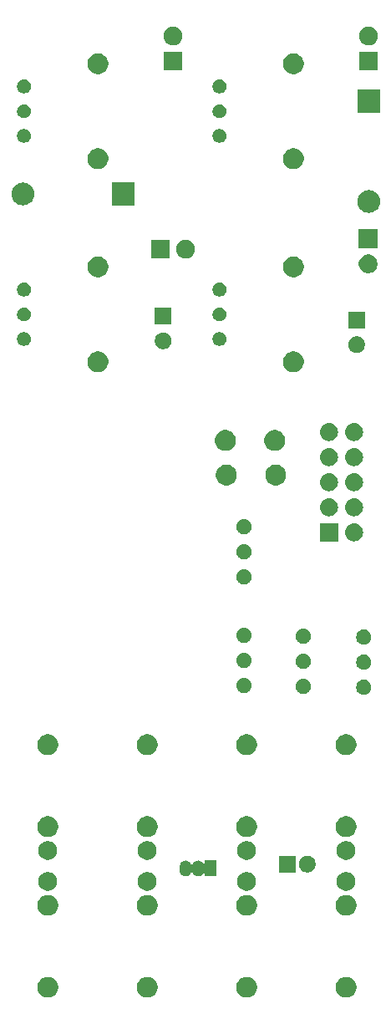
<source format=gbr>
%TF.GenerationSoftware,KiCad,Pcbnew,(5.0.1)-3*%
%TF.CreationDate,2020-04-22T23:17:11+01:00*%
%TF.ProjectId,board,626F6172642E6B696361645F70636200,rev?*%
%TF.SameCoordinates,Original*%
%TF.FileFunction,Soldermask,Top*%
%TF.FilePolarity,Negative*%
%FSLAX46Y46*%
G04 Gerber Fmt 4.6, Leading zero omitted, Abs format (unit mm)*
G04 Created by KiCad (PCBNEW (5.0.1)-3) date 22/04/2020 23:17:11*
%MOMM*%
%LPD*%
G01*
G04 APERTURE LIST*
%ADD10C,0.400000*%
G04 APERTURE END LIST*
D10*
G36*
X53138565Y-109573389D02*
X53329834Y-109652615D01*
X53501976Y-109767637D01*
X53648363Y-109914024D01*
X53763385Y-110086166D01*
X53842611Y-110277435D01*
X53883000Y-110480484D01*
X53883000Y-110687516D01*
X53842611Y-110890565D01*
X53763385Y-111081834D01*
X53648363Y-111253976D01*
X53501976Y-111400363D01*
X53329834Y-111515385D01*
X53138565Y-111594611D01*
X52935516Y-111635000D01*
X52728484Y-111635000D01*
X52525435Y-111594611D01*
X52334166Y-111515385D01*
X52162024Y-111400363D01*
X52015637Y-111253976D01*
X51900615Y-111081834D01*
X51821389Y-110890565D01*
X51781000Y-110687516D01*
X51781000Y-110480484D01*
X51821389Y-110277435D01*
X51900615Y-110086166D01*
X52015637Y-109914024D01*
X52162024Y-109767637D01*
X52334166Y-109652615D01*
X52525435Y-109573389D01*
X52728484Y-109533000D01*
X52935516Y-109533000D01*
X53138565Y-109573389D01*
X53138565Y-109573389D01*
G37*
G36*
X43063231Y-109573389D02*
X43254500Y-109652615D01*
X43426642Y-109767637D01*
X43573029Y-109914024D01*
X43688051Y-110086166D01*
X43767277Y-110277435D01*
X43807666Y-110480484D01*
X43807666Y-110687516D01*
X43767277Y-110890565D01*
X43688051Y-111081834D01*
X43573029Y-111253976D01*
X43426642Y-111400363D01*
X43254500Y-111515385D01*
X43063231Y-111594611D01*
X42860182Y-111635000D01*
X42653150Y-111635000D01*
X42450101Y-111594611D01*
X42258832Y-111515385D01*
X42086690Y-111400363D01*
X41940303Y-111253976D01*
X41825281Y-111081834D01*
X41746055Y-110890565D01*
X41705666Y-110687516D01*
X41705666Y-110480484D01*
X41746055Y-110277435D01*
X41825281Y-110086166D01*
X41940303Y-109914024D01*
X42086690Y-109767637D01*
X42258832Y-109652615D01*
X42450101Y-109573389D01*
X42653150Y-109533000D01*
X42860182Y-109533000D01*
X43063231Y-109573389D01*
X43063231Y-109573389D01*
G37*
G36*
X22912565Y-109573389D02*
X23103834Y-109652615D01*
X23275976Y-109767637D01*
X23422363Y-109914024D01*
X23537385Y-110086166D01*
X23616611Y-110277435D01*
X23657000Y-110480484D01*
X23657000Y-110687516D01*
X23616611Y-110890565D01*
X23537385Y-111081834D01*
X23422363Y-111253976D01*
X23275976Y-111400363D01*
X23103834Y-111515385D01*
X22912565Y-111594611D01*
X22709516Y-111635000D01*
X22502484Y-111635000D01*
X22299435Y-111594611D01*
X22108166Y-111515385D01*
X21936024Y-111400363D01*
X21789637Y-111253976D01*
X21674615Y-111081834D01*
X21595389Y-110890565D01*
X21555000Y-110687516D01*
X21555000Y-110480484D01*
X21595389Y-110277435D01*
X21674615Y-110086166D01*
X21789637Y-109914024D01*
X21936024Y-109767637D01*
X22108166Y-109652615D01*
X22299435Y-109573389D01*
X22502484Y-109533000D01*
X22709516Y-109533000D01*
X22912565Y-109573389D01*
X22912565Y-109573389D01*
G37*
G36*
X32987898Y-109573389D02*
X33179167Y-109652615D01*
X33351309Y-109767637D01*
X33497696Y-109914024D01*
X33612718Y-110086166D01*
X33691944Y-110277435D01*
X33732333Y-110480484D01*
X33732333Y-110687516D01*
X33691944Y-110890565D01*
X33612718Y-111081834D01*
X33497696Y-111253976D01*
X33351309Y-111400363D01*
X33179167Y-111515385D01*
X32987898Y-111594611D01*
X32784849Y-111635000D01*
X32577817Y-111635000D01*
X32374768Y-111594611D01*
X32183499Y-111515385D01*
X32011357Y-111400363D01*
X31864970Y-111253976D01*
X31749948Y-111081834D01*
X31670722Y-110890565D01*
X31630333Y-110687516D01*
X31630333Y-110480484D01*
X31670722Y-110277435D01*
X31749948Y-110086166D01*
X31864970Y-109914024D01*
X32011357Y-109767637D01*
X32183499Y-109652615D01*
X32374768Y-109573389D01*
X32577817Y-109533000D01*
X32784849Y-109533000D01*
X32987898Y-109573389D01*
X32987898Y-109573389D01*
G37*
G36*
X22912565Y-101273389D02*
X23103834Y-101352615D01*
X23275976Y-101467637D01*
X23422363Y-101614024D01*
X23537385Y-101786166D01*
X23616611Y-101977435D01*
X23657000Y-102180484D01*
X23657000Y-102387516D01*
X23616611Y-102590565D01*
X23537385Y-102781834D01*
X23422363Y-102953976D01*
X23275976Y-103100363D01*
X23103834Y-103215385D01*
X22912565Y-103294611D01*
X22709516Y-103335000D01*
X22502484Y-103335000D01*
X22299435Y-103294611D01*
X22108166Y-103215385D01*
X21936024Y-103100363D01*
X21789637Y-102953976D01*
X21674615Y-102781834D01*
X21595389Y-102590565D01*
X21555000Y-102387516D01*
X21555000Y-102180484D01*
X21595389Y-101977435D01*
X21674615Y-101786166D01*
X21789637Y-101614024D01*
X21936024Y-101467637D01*
X22108166Y-101352615D01*
X22299435Y-101273389D01*
X22502484Y-101233000D01*
X22709516Y-101233000D01*
X22912565Y-101273389D01*
X22912565Y-101273389D01*
G37*
G36*
X43063231Y-101273389D02*
X43254500Y-101352615D01*
X43426642Y-101467637D01*
X43573029Y-101614024D01*
X43688051Y-101786166D01*
X43767277Y-101977435D01*
X43807666Y-102180484D01*
X43807666Y-102387516D01*
X43767277Y-102590565D01*
X43688051Y-102781834D01*
X43573029Y-102953976D01*
X43426642Y-103100363D01*
X43254500Y-103215385D01*
X43063231Y-103294611D01*
X42860182Y-103335000D01*
X42653150Y-103335000D01*
X42450101Y-103294611D01*
X42258832Y-103215385D01*
X42086690Y-103100363D01*
X41940303Y-102953976D01*
X41825281Y-102781834D01*
X41746055Y-102590565D01*
X41705666Y-102387516D01*
X41705666Y-102180484D01*
X41746055Y-101977435D01*
X41825281Y-101786166D01*
X41940303Y-101614024D01*
X42086690Y-101467637D01*
X42258832Y-101352615D01*
X42450101Y-101273389D01*
X42653150Y-101233000D01*
X42860182Y-101233000D01*
X43063231Y-101273389D01*
X43063231Y-101273389D01*
G37*
G36*
X53138565Y-101273389D02*
X53329834Y-101352615D01*
X53501976Y-101467637D01*
X53648363Y-101614024D01*
X53763385Y-101786166D01*
X53842611Y-101977435D01*
X53883000Y-102180484D01*
X53883000Y-102387516D01*
X53842611Y-102590565D01*
X53763385Y-102781834D01*
X53648363Y-102953976D01*
X53501976Y-103100363D01*
X53329834Y-103215385D01*
X53138565Y-103294611D01*
X52935516Y-103335000D01*
X52728484Y-103335000D01*
X52525435Y-103294611D01*
X52334166Y-103215385D01*
X52162024Y-103100363D01*
X52015637Y-102953976D01*
X51900615Y-102781834D01*
X51821389Y-102590565D01*
X51781000Y-102387516D01*
X51781000Y-102180484D01*
X51821389Y-101977435D01*
X51900615Y-101786166D01*
X52015637Y-101614024D01*
X52162024Y-101467637D01*
X52334166Y-101352615D01*
X52525435Y-101273389D01*
X52728484Y-101233000D01*
X52935516Y-101233000D01*
X53138565Y-101273389D01*
X53138565Y-101273389D01*
G37*
G36*
X32987898Y-101273389D02*
X33179167Y-101352615D01*
X33351309Y-101467637D01*
X33497696Y-101614024D01*
X33612718Y-101786166D01*
X33691944Y-101977435D01*
X33732333Y-102180484D01*
X33732333Y-102387516D01*
X33691944Y-102590565D01*
X33612718Y-102781834D01*
X33497696Y-102953976D01*
X33351309Y-103100363D01*
X33179167Y-103215385D01*
X32987898Y-103294611D01*
X32784849Y-103335000D01*
X32577817Y-103335000D01*
X32374768Y-103294611D01*
X32183499Y-103215385D01*
X32011357Y-103100363D01*
X31864970Y-102953976D01*
X31749948Y-102781834D01*
X31670722Y-102590565D01*
X31630333Y-102387516D01*
X31630333Y-102180484D01*
X31670722Y-101977435D01*
X31749948Y-101786166D01*
X31864970Y-101614024D01*
X32011357Y-101467637D01*
X32183499Y-101352615D01*
X32374768Y-101273389D01*
X32577817Y-101233000D01*
X32784849Y-101233000D01*
X32987898Y-101273389D01*
X32987898Y-101273389D01*
G37*
G36*
X43034062Y-98949546D02*
X43207132Y-99021234D01*
X43362896Y-99125312D01*
X43495354Y-99257770D01*
X43599432Y-99413534D01*
X43671120Y-99586604D01*
X43707666Y-99770333D01*
X43707666Y-99957667D01*
X43671120Y-100141396D01*
X43599432Y-100314466D01*
X43495354Y-100470230D01*
X43362896Y-100602688D01*
X43207132Y-100706766D01*
X43034062Y-100778454D01*
X42850333Y-100815000D01*
X42662999Y-100815000D01*
X42479270Y-100778454D01*
X42306200Y-100706766D01*
X42150436Y-100602688D01*
X42017978Y-100470230D01*
X41913900Y-100314466D01*
X41842212Y-100141396D01*
X41805666Y-99957667D01*
X41805666Y-99770333D01*
X41842212Y-99586604D01*
X41913900Y-99413534D01*
X42017978Y-99257770D01*
X42150436Y-99125312D01*
X42306200Y-99021234D01*
X42479270Y-98949546D01*
X42662999Y-98913000D01*
X42850333Y-98913000D01*
X43034062Y-98949546D01*
X43034062Y-98949546D01*
G37*
G36*
X53109396Y-98949546D02*
X53282466Y-99021234D01*
X53438230Y-99125312D01*
X53570688Y-99257770D01*
X53674766Y-99413534D01*
X53746454Y-99586604D01*
X53783000Y-99770333D01*
X53783000Y-99957667D01*
X53746454Y-100141396D01*
X53674766Y-100314466D01*
X53570688Y-100470230D01*
X53438230Y-100602688D01*
X53282466Y-100706766D01*
X53109396Y-100778454D01*
X52925667Y-100815000D01*
X52738333Y-100815000D01*
X52554604Y-100778454D01*
X52381534Y-100706766D01*
X52225770Y-100602688D01*
X52093312Y-100470230D01*
X51989234Y-100314466D01*
X51917546Y-100141396D01*
X51881000Y-99957667D01*
X51881000Y-99770333D01*
X51917546Y-99586604D01*
X51989234Y-99413534D01*
X52093312Y-99257770D01*
X52225770Y-99125312D01*
X52381534Y-99021234D01*
X52554604Y-98949546D01*
X52738333Y-98913000D01*
X52925667Y-98913000D01*
X53109396Y-98949546D01*
X53109396Y-98949546D01*
G37*
G36*
X32958729Y-98949546D02*
X33131799Y-99021234D01*
X33287563Y-99125312D01*
X33420021Y-99257770D01*
X33524099Y-99413534D01*
X33595787Y-99586604D01*
X33632333Y-99770333D01*
X33632333Y-99957667D01*
X33595787Y-100141396D01*
X33524099Y-100314466D01*
X33420021Y-100470230D01*
X33287563Y-100602688D01*
X33131799Y-100706766D01*
X32958729Y-100778454D01*
X32775000Y-100815000D01*
X32587666Y-100815000D01*
X32403937Y-100778454D01*
X32230867Y-100706766D01*
X32075103Y-100602688D01*
X31942645Y-100470230D01*
X31838567Y-100314466D01*
X31766879Y-100141396D01*
X31730333Y-99957667D01*
X31730333Y-99770333D01*
X31766879Y-99586604D01*
X31838567Y-99413534D01*
X31942645Y-99257770D01*
X32075103Y-99125312D01*
X32230867Y-99021234D01*
X32403937Y-98949546D01*
X32587666Y-98913000D01*
X32775000Y-98913000D01*
X32958729Y-98949546D01*
X32958729Y-98949546D01*
G37*
G36*
X22883396Y-98949546D02*
X23056466Y-99021234D01*
X23212230Y-99125312D01*
X23344688Y-99257770D01*
X23448766Y-99413534D01*
X23520454Y-99586604D01*
X23557000Y-99770333D01*
X23557000Y-99957667D01*
X23520454Y-100141396D01*
X23448766Y-100314466D01*
X23344688Y-100470230D01*
X23212230Y-100602688D01*
X23056466Y-100706766D01*
X22883396Y-100778454D01*
X22699667Y-100815000D01*
X22512333Y-100815000D01*
X22328604Y-100778454D01*
X22155534Y-100706766D01*
X21999770Y-100602688D01*
X21867312Y-100470230D01*
X21763234Y-100314466D01*
X21691546Y-100141396D01*
X21655000Y-99957667D01*
X21655000Y-99770333D01*
X21691546Y-99586604D01*
X21763234Y-99413534D01*
X21867312Y-99257770D01*
X21999770Y-99125312D01*
X22155534Y-99021234D01*
X22328604Y-98949546D01*
X22512333Y-98913000D01*
X22699667Y-98913000D01*
X22883396Y-98949546D01*
X22883396Y-98949546D01*
G37*
G36*
X37958916Y-97759334D02*
X38067492Y-97792271D01*
X38167557Y-97845756D01*
X38255264Y-97917736D01*
X38318374Y-97994635D01*
X38335701Y-98011962D01*
X38356076Y-98025576D01*
X38378715Y-98034954D01*
X38402748Y-98039734D01*
X38427252Y-98039734D01*
X38451286Y-98034953D01*
X38473925Y-98025576D01*
X38494299Y-98011962D01*
X38511626Y-97994635D01*
X38525240Y-97974260D01*
X38534618Y-97951621D01*
X38540000Y-97915336D01*
X38540000Y-97751000D01*
X39692000Y-97751000D01*
X39692000Y-99353000D01*
X38540000Y-99353000D01*
X38540000Y-99188663D01*
X38537598Y-99164277D01*
X38530485Y-99140828D01*
X38518934Y-99119217D01*
X38503388Y-99100275D01*
X38484446Y-99084729D01*
X38462835Y-99073178D01*
X38439386Y-99066065D01*
X38415000Y-99063663D01*
X38390614Y-99066065D01*
X38367165Y-99073178D01*
X38345554Y-99084729D01*
X38318377Y-99109361D01*
X38255264Y-99186264D01*
X38167556Y-99258244D01*
X38067491Y-99311729D01*
X37958915Y-99344666D01*
X37846000Y-99355787D01*
X37733084Y-99344666D01*
X37624508Y-99311729D01*
X37524443Y-99258244D01*
X37436736Y-99186264D01*
X37364756Y-99098556D01*
X37321240Y-99017142D01*
X37307627Y-98996767D01*
X37290299Y-98979440D01*
X37269925Y-98965826D01*
X37247286Y-98956449D01*
X37223253Y-98951668D01*
X37198748Y-98951668D01*
X37174715Y-98956448D01*
X37152076Y-98965826D01*
X37131701Y-98979439D01*
X37114374Y-98996767D01*
X37100767Y-99017131D01*
X37057244Y-99098557D01*
X36985264Y-99186264D01*
X36897556Y-99258244D01*
X36797491Y-99311729D01*
X36688915Y-99344666D01*
X36576000Y-99355787D01*
X36463084Y-99344666D01*
X36354508Y-99311729D01*
X36254443Y-99258244D01*
X36166736Y-99186264D01*
X36094756Y-99098556D01*
X36041271Y-98998491D01*
X36008334Y-98889915D01*
X36000000Y-98805297D01*
X36000000Y-98298702D01*
X36008334Y-98214084D01*
X36041271Y-98105508D01*
X36078983Y-98034954D01*
X36094755Y-98005446D01*
X36120349Y-97974260D01*
X36166737Y-97917736D01*
X36254444Y-97845756D01*
X36354509Y-97792271D01*
X36463085Y-97759334D01*
X36576000Y-97748213D01*
X36688916Y-97759334D01*
X36797492Y-97792271D01*
X36897557Y-97845756D01*
X36985264Y-97917736D01*
X37057244Y-98005443D01*
X37100760Y-98086857D01*
X37114373Y-98107232D01*
X37131701Y-98124559D01*
X37152075Y-98138173D01*
X37174714Y-98147550D01*
X37198747Y-98152331D01*
X37223252Y-98152331D01*
X37247285Y-98147551D01*
X37269924Y-98138173D01*
X37290299Y-98124560D01*
X37307626Y-98107232D01*
X37321240Y-98086857D01*
X37364755Y-98005446D01*
X37390349Y-97974260D01*
X37436737Y-97917736D01*
X37524444Y-97845756D01*
X37624509Y-97792271D01*
X37733085Y-97759334D01*
X37846000Y-97748213D01*
X37958916Y-97759334D01*
X37958916Y-97759334D01*
G37*
G36*
X49148228Y-97281703D02*
X49303100Y-97345853D01*
X49442481Y-97438985D01*
X49561015Y-97557519D01*
X49654147Y-97696900D01*
X49718297Y-97851772D01*
X49751000Y-98016184D01*
X49751000Y-98183816D01*
X49718297Y-98348228D01*
X49654147Y-98503100D01*
X49561015Y-98642481D01*
X49442481Y-98761015D01*
X49303100Y-98854147D01*
X49148228Y-98918297D01*
X48983816Y-98951000D01*
X48816184Y-98951000D01*
X48651772Y-98918297D01*
X48496900Y-98854147D01*
X48357519Y-98761015D01*
X48238985Y-98642481D01*
X48145853Y-98503100D01*
X48081703Y-98348228D01*
X48049000Y-98183816D01*
X48049000Y-98016184D01*
X48081703Y-97851772D01*
X48145853Y-97696900D01*
X48238985Y-97557519D01*
X48357519Y-97438985D01*
X48496900Y-97345853D01*
X48651772Y-97281703D01*
X48816184Y-97249000D01*
X48983816Y-97249000D01*
X49148228Y-97281703D01*
X49148228Y-97281703D01*
G37*
G36*
X47751000Y-98951000D02*
X46049000Y-98951000D01*
X46049000Y-97249000D01*
X47751000Y-97249000D01*
X47751000Y-98951000D01*
X47751000Y-98951000D01*
G37*
G36*
X53109396Y-95817546D02*
X53282466Y-95889234D01*
X53438230Y-95993312D01*
X53570688Y-96125770D01*
X53674766Y-96281534D01*
X53746454Y-96454604D01*
X53783000Y-96638333D01*
X53783000Y-96825667D01*
X53746454Y-97009396D01*
X53674766Y-97182466D01*
X53570688Y-97338230D01*
X53438230Y-97470688D01*
X53282466Y-97574766D01*
X53109396Y-97646454D01*
X52925667Y-97683000D01*
X52738333Y-97683000D01*
X52554604Y-97646454D01*
X52381534Y-97574766D01*
X52225770Y-97470688D01*
X52093312Y-97338230D01*
X51989234Y-97182466D01*
X51917546Y-97009396D01*
X51881000Y-96825667D01*
X51881000Y-96638333D01*
X51917546Y-96454604D01*
X51989234Y-96281534D01*
X52093312Y-96125770D01*
X52225770Y-95993312D01*
X52381534Y-95889234D01*
X52554604Y-95817546D01*
X52738333Y-95781000D01*
X52925667Y-95781000D01*
X53109396Y-95817546D01*
X53109396Y-95817546D01*
G37*
G36*
X32958729Y-95817546D02*
X33131799Y-95889234D01*
X33287563Y-95993312D01*
X33420021Y-96125770D01*
X33524099Y-96281534D01*
X33595787Y-96454604D01*
X33632333Y-96638333D01*
X33632333Y-96825667D01*
X33595787Y-97009396D01*
X33524099Y-97182466D01*
X33420021Y-97338230D01*
X33287563Y-97470688D01*
X33131799Y-97574766D01*
X32958729Y-97646454D01*
X32775000Y-97683000D01*
X32587666Y-97683000D01*
X32403937Y-97646454D01*
X32230867Y-97574766D01*
X32075103Y-97470688D01*
X31942645Y-97338230D01*
X31838567Y-97182466D01*
X31766879Y-97009396D01*
X31730333Y-96825667D01*
X31730333Y-96638333D01*
X31766879Y-96454604D01*
X31838567Y-96281534D01*
X31942645Y-96125770D01*
X32075103Y-95993312D01*
X32230867Y-95889234D01*
X32403937Y-95817546D01*
X32587666Y-95781000D01*
X32775000Y-95781000D01*
X32958729Y-95817546D01*
X32958729Y-95817546D01*
G37*
G36*
X22883396Y-95817546D02*
X23056466Y-95889234D01*
X23212230Y-95993312D01*
X23344688Y-96125770D01*
X23448766Y-96281534D01*
X23520454Y-96454604D01*
X23557000Y-96638333D01*
X23557000Y-96825667D01*
X23520454Y-97009396D01*
X23448766Y-97182466D01*
X23344688Y-97338230D01*
X23212230Y-97470688D01*
X23056466Y-97574766D01*
X22883396Y-97646454D01*
X22699667Y-97683000D01*
X22512333Y-97683000D01*
X22328604Y-97646454D01*
X22155534Y-97574766D01*
X21999770Y-97470688D01*
X21867312Y-97338230D01*
X21763234Y-97182466D01*
X21691546Y-97009396D01*
X21655000Y-96825667D01*
X21655000Y-96638333D01*
X21691546Y-96454604D01*
X21763234Y-96281534D01*
X21867312Y-96125770D01*
X21999770Y-95993312D01*
X22155534Y-95889234D01*
X22328604Y-95817546D01*
X22512333Y-95781000D01*
X22699667Y-95781000D01*
X22883396Y-95817546D01*
X22883396Y-95817546D01*
G37*
G36*
X43034062Y-95817546D02*
X43207132Y-95889234D01*
X43362896Y-95993312D01*
X43495354Y-96125770D01*
X43599432Y-96281534D01*
X43671120Y-96454604D01*
X43707666Y-96638333D01*
X43707666Y-96825667D01*
X43671120Y-97009396D01*
X43599432Y-97182466D01*
X43495354Y-97338230D01*
X43362896Y-97470688D01*
X43207132Y-97574766D01*
X43034062Y-97646454D01*
X42850333Y-97683000D01*
X42662999Y-97683000D01*
X42479270Y-97646454D01*
X42306200Y-97574766D01*
X42150436Y-97470688D01*
X42017978Y-97338230D01*
X41913900Y-97182466D01*
X41842212Y-97009396D01*
X41805666Y-96825667D01*
X41805666Y-96638333D01*
X41842212Y-96454604D01*
X41913900Y-96281534D01*
X42017978Y-96125770D01*
X42150436Y-95993312D01*
X42306200Y-95889234D01*
X42479270Y-95817546D01*
X42662999Y-95781000D01*
X42850333Y-95781000D01*
X43034062Y-95817546D01*
X43034062Y-95817546D01*
G37*
G36*
X32987898Y-93301389D02*
X33179167Y-93380615D01*
X33351309Y-93495637D01*
X33497696Y-93642024D01*
X33612718Y-93814166D01*
X33691944Y-94005435D01*
X33732333Y-94208484D01*
X33732333Y-94415516D01*
X33691944Y-94618565D01*
X33612718Y-94809834D01*
X33497696Y-94981976D01*
X33351309Y-95128363D01*
X33179167Y-95243385D01*
X32987898Y-95322611D01*
X32784849Y-95363000D01*
X32577817Y-95363000D01*
X32374768Y-95322611D01*
X32183499Y-95243385D01*
X32011357Y-95128363D01*
X31864970Y-94981976D01*
X31749948Y-94809834D01*
X31670722Y-94618565D01*
X31630333Y-94415516D01*
X31630333Y-94208484D01*
X31670722Y-94005435D01*
X31749948Y-93814166D01*
X31864970Y-93642024D01*
X32011357Y-93495637D01*
X32183499Y-93380615D01*
X32374768Y-93301389D01*
X32577817Y-93261000D01*
X32784849Y-93261000D01*
X32987898Y-93301389D01*
X32987898Y-93301389D01*
G37*
G36*
X53138565Y-93301389D02*
X53329834Y-93380615D01*
X53501976Y-93495637D01*
X53648363Y-93642024D01*
X53763385Y-93814166D01*
X53842611Y-94005435D01*
X53883000Y-94208484D01*
X53883000Y-94415516D01*
X53842611Y-94618565D01*
X53763385Y-94809834D01*
X53648363Y-94981976D01*
X53501976Y-95128363D01*
X53329834Y-95243385D01*
X53138565Y-95322611D01*
X52935516Y-95363000D01*
X52728484Y-95363000D01*
X52525435Y-95322611D01*
X52334166Y-95243385D01*
X52162024Y-95128363D01*
X52015637Y-94981976D01*
X51900615Y-94809834D01*
X51821389Y-94618565D01*
X51781000Y-94415516D01*
X51781000Y-94208484D01*
X51821389Y-94005435D01*
X51900615Y-93814166D01*
X52015637Y-93642024D01*
X52162024Y-93495637D01*
X52334166Y-93380615D01*
X52525435Y-93301389D01*
X52728484Y-93261000D01*
X52935516Y-93261000D01*
X53138565Y-93301389D01*
X53138565Y-93301389D01*
G37*
G36*
X22912565Y-93301389D02*
X23103834Y-93380615D01*
X23275976Y-93495637D01*
X23422363Y-93642024D01*
X23537385Y-93814166D01*
X23616611Y-94005435D01*
X23657000Y-94208484D01*
X23657000Y-94415516D01*
X23616611Y-94618565D01*
X23537385Y-94809834D01*
X23422363Y-94981976D01*
X23275976Y-95128363D01*
X23103834Y-95243385D01*
X22912565Y-95322611D01*
X22709516Y-95363000D01*
X22502484Y-95363000D01*
X22299435Y-95322611D01*
X22108166Y-95243385D01*
X21936024Y-95128363D01*
X21789637Y-94981976D01*
X21674615Y-94809834D01*
X21595389Y-94618565D01*
X21555000Y-94415516D01*
X21555000Y-94208484D01*
X21595389Y-94005435D01*
X21674615Y-93814166D01*
X21789637Y-93642024D01*
X21936024Y-93495637D01*
X22108166Y-93380615D01*
X22299435Y-93301389D01*
X22502484Y-93261000D01*
X22709516Y-93261000D01*
X22912565Y-93301389D01*
X22912565Y-93301389D01*
G37*
G36*
X43063231Y-93301389D02*
X43254500Y-93380615D01*
X43426642Y-93495637D01*
X43573029Y-93642024D01*
X43688051Y-93814166D01*
X43767277Y-94005435D01*
X43807666Y-94208484D01*
X43807666Y-94415516D01*
X43767277Y-94618565D01*
X43688051Y-94809834D01*
X43573029Y-94981976D01*
X43426642Y-95128363D01*
X43254500Y-95243385D01*
X43063231Y-95322611D01*
X42860182Y-95363000D01*
X42653150Y-95363000D01*
X42450101Y-95322611D01*
X42258832Y-95243385D01*
X42086690Y-95128363D01*
X41940303Y-94981976D01*
X41825281Y-94809834D01*
X41746055Y-94618565D01*
X41705666Y-94415516D01*
X41705666Y-94208484D01*
X41746055Y-94005435D01*
X41825281Y-93814166D01*
X41940303Y-93642024D01*
X42086690Y-93495637D01*
X42258832Y-93380615D01*
X42450101Y-93301389D01*
X42653150Y-93261000D01*
X42860182Y-93261000D01*
X43063231Y-93301389D01*
X43063231Y-93301389D01*
G37*
G36*
X43063231Y-85001389D02*
X43254500Y-85080615D01*
X43426642Y-85195637D01*
X43573029Y-85342024D01*
X43688051Y-85514166D01*
X43767277Y-85705435D01*
X43807666Y-85908484D01*
X43807666Y-86115516D01*
X43767277Y-86318565D01*
X43688051Y-86509834D01*
X43573029Y-86681976D01*
X43426642Y-86828363D01*
X43254500Y-86943385D01*
X43063231Y-87022611D01*
X42860182Y-87063000D01*
X42653150Y-87063000D01*
X42450101Y-87022611D01*
X42258832Y-86943385D01*
X42086690Y-86828363D01*
X41940303Y-86681976D01*
X41825281Y-86509834D01*
X41746055Y-86318565D01*
X41705666Y-86115516D01*
X41705666Y-85908484D01*
X41746055Y-85705435D01*
X41825281Y-85514166D01*
X41940303Y-85342024D01*
X42086690Y-85195637D01*
X42258832Y-85080615D01*
X42450101Y-85001389D01*
X42653150Y-84961000D01*
X42860182Y-84961000D01*
X43063231Y-85001389D01*
X43063231Y-85001389D01*
G37*
G36*
X22912565Y-85001389D02*
X23103834Y-85080615D01*
X23275976Y-85195637D01*
X23422363Y-85342024D01*
X23537385Y-85514166D01*
X23616611Y-85705435D01*
X23657000Y-85908484D01*
X23657000Y-86115516D01*
X23616611Y-86318565D01*
X23537385Y-86509834D01*
X23422363Y-86681976D01*
X23275976Y-86828363D01*
X23103834Y-86943385D01*
X22912565Y-87022611D01*
X22709516Y-87063000D01*
X22502484Y-87063000D01*
X22299435Y-87022611D01*
X22108166Y-86943385D01*
X21936024Y-86828363D01*
X21789637Y-86681976D01*
X21674615Y-86509834D01*
X21595389Y-86318565D01*
X21555000Y-86115516D01*
X21555000Y-85908484D01*
X21595389Y-85705435D01*
X21674615Y-85514166D01*
X21789637Y-85342024D01*
X21936024Y-85195637D01*
X22108166Y-85080615D01*
X22299435Y-85001389D01*
X22502484Y-84961000D01*
X22709516Y-84961000D01*
X22912565Y-85001389D01*
X22912565Y-85001389D01*
G37*
G36*
X32987898Y-85001389D02*
X33179167Y-85080615D01*
X33351309Y-85195637D01*
X33497696Y-85342024D01*
X33612718Y-85514166D01*
X33691944Y-85705435D01*
X33732333Y-85908484D01*
X33732333Y-86115516D01*
X33691944Y-86318565D01*
X33612718Y-86509834D01*
X33497696Y-86681976D01*
X33351309Y-86828363D01*
X33179167Y-86943385D01*
X32987898Y-87022611D01*
X32784849Y-87063000D01*
X32577817Y-87063000D01*
X32374768Y-87022611D01*
X32183499Y-86943385D01*
X32011357Y-86828363D01*
X31864970Y-86681976D01*
X31749948Y-86509834D01*
X31670722Y-86318565D01*
X31630333Y-86115516D01*
X31630333Y-85908484D01*
X31670722Y-85705435D01*
X31749948Y-85514166D01*
X31864970Y-85342024D01*
X32011357Y-85195637D01*
X32183499Y-85080615D01*
X32374768Y-85001389D01*
X32577817Y-84961000D01*
X32784849Y-84961000D01*
X32987898Y-85001389D01*
X32987898Y-85001389D01*
G37*
G36*
X53138565Y-85001389D02*
X53329834Y-85080615D01*
X53501976Y-85195637D01*
X53648363Y-85342024D01*
X53763385Y-85514166D01*
X53842611Y-85705435D01*
X53883000Y-85908484D01*
X53883000Y-86115516D01*
X53842611Y-86318565D01*
X53763385Y-86509834D01*
X53648363Y-86681976D01*
X53501976Y-86828363D01*
X53329834Y-86943385D01*
X53138565Y-87022611D01*
X52935516Y-87063000D01*
X52728484Y-87063000D01*
X52525435Y-87022611D01*
X52334166Y-86943385D01*
X52162024Y-86828363D01*
X52015637Y-86681976D01*
X51900615Y-86509834D01*
X51821389Y-86318565D01*
X51781000Y-86115516D01*
X51781000Y-85908484D01*
X51821389Y-85705435D01*
X51900615Y-85514166D01*
X52015637Y-85342024D01*
X52162024Y-85195637D01*
X52334166Y-85080615D01*
X52525435Y-85001389D01*
X52728484Y-84961000D01*
X52935516Y-84961000D01*
X53138565Y-85001389D01*
X53138565Y-85001389D01*
G37*
G36*
X54750589Y-79438876D02*
X54849893Y-79458629D01*
X54990206Y-79516748D01*
X55116484Y-79601125D01*
X55223875Y-79708516D01*
X55308252Y-79834794D01*
X55366371Y-79975107D01*
X55396000Y-80124063D01*
X55396000Y-80275937D01*
X55366371Y-80424893D01*
X55308252Y-80565206D01*
X55223875Y-80691484D01*
X55116484Y-80798875D01*
X54990206Y-80883252D01*
X54849893Y-80941371D01*
X54750589Y-80961124D01*
X54700938Y-80971000D01*
X54549062Y-80971000D01*
X54499411Y-80961124D01*
X54400107Y-80941371D01*
X54259794Y-80883252D01*
X54133516Y-80798875D01*
X54026125Y-80691484D01*
X53941748Y-80565206D01*
X53883629Y-80424893D01*
X53854000Y-80275937D01*
X53854000Y-80124063D01*
X53883629Y-79975107D01*
X53941748Y-79834794D01*
X54026125Y-79708516D01*
X54133516Y-79601125D01*
X54259794Y-79516748D01*
X54400107Y-79458629D01*
X54499411Y-79438876D01*
X54549062Y-79429000D01*
X54700938Y-79429000D01*
X54750589Y-79438876D01*
X54750589Y-79438876D01*
G37*
G36*
X48625589Y-79338876D02*
X48724893Y-79358629D01*
X48865206Y-79416748D01*
X48991484Y-79501125D01*
X49098875Y-79608516D01*
X49183252Y-79734794D01*
X49241371Y-79875107D01*
X49271000Y-80024063D01*
X49271000Y-80175937D01*
X49241371Y-80324893D01*
X49183252Y-80465206D01*
X49098875Y-80591484D01*
X48991484Y-80698875D01*
X48865206Y-80783252D01*
X48724893Y-80841371D01*
X48625589Y-80861124D01*
X48575938Y-80871000D01*
X48424062Y-80871000D01*
X48374411Y-80861124D01*
X48275107Y-80841371D01*
X48134794Y-80783252D01*
X48008516Y-80698875D01*
X47901125Y-80591484D01*
X47816748Y-80465206D01*
X47758629Y-80324893D01*
X47729000Y-80175937D01*
X47729000Y-80024063D01*
X47758629Y-79875107D01*
X47816748Y-79734794D01*
X47901125Y-79608516D01*
X48008516Y-79501125D01*
X48134794Y-79416748D01*
X48275107Y-79358629D01*
X48374411Y-79338876D01*
X48424062Y-79329000D01*
X48575938Y-79329000D01*
X48625589Y-79338876D01*
X48625589Y-79338876D01*
G37*
G36*
X42625589Y-79238876D02*
X42724893Y-79258629D01*
X42865206Y-79316748D01*
X42991484Y-79401125D01*
X43098875Y-79508516D01*
X43183252Y-79634794D01*
X43241371Y-79775107D01*
X43271000Y-79924063D01*
X43271000Y-80075937D01*
X43241371Y-80224893D01*
X43183252Y-80365206D01*
X43098875Y-80491484D01*
X42991484Y-80598875D01*
X42865206Y-80683252D01*
X42724893Y-80741371D01*
X42625589Y-80761124D01*
X42575938Y-80771000D01*
X42424062Y-80771000D01*
X42374411Y-80761124D01*
X42275107Y-80741371D01*
X42134794Y-80683252D01*
X42008516Y-80598875D01*
X41901125Y-80491484D01*
X41816748Y-80365206D01*
X41758629Y-80224893D01*
X41729000Y-80075937D01*
X41729000Y-79924063D01*
X41758629Y-79775107D01*
X41816748Y-79634794D01*
X41901125Y-79508516D01*
X42008516Y-79401125D01*
X42134794Y-79316748D01*
X42275107Y-79258629D01*
X42374411Y-79238876D01*
X42424062Y-79229000D01*
X42575938Y-79229000D01*
X42625589Y-79238876D01*
X42625589Y-79238876D01*
G37*
G36*
X54750589Y-76898876D02*
X54849893Y-76918629D01*
X54990206Y-76976748D01*
X55116484Y-77061125D01*
X55223875Y-77168516D01*
X55308252Y-77294794D01*
X55366371Y-77435107D01*
X55396000Y-77584063D01*
X55396000Y-77735937D01*
X55366371Y-77884893D01*
X55308252Y-78025206D01*
X55223875Y-78151484D01*
X55116484Y-78258875D01*
X54990206Y-78343252D01*
X54849893Y-78401371D01*
X54750589Y-78421124D01*
X54700938Y-78431000D01*
X54549062Y-78431000D01*
X54499411Y-78421124D01*
X54400107Y-78401371D01*
X54259794Y-78343252D01*
X54133516Y-78258875D01*
X54026125Y-78151484D01*
X53941748Y-78025206D01*
X53883629Y-77884893D01*
X53854000Y-77735937D01*
X53854000Y-77584063D01*
X53883629Y-77435107D01*
X53941748Y-77294794D01*
X54026125Y-77168516D01*
X54133516Y-77061125D01*
X54259794Y-76976748D01*
X54400107Y-76918629D01*
X54499411Y-76898876D01*
X54549062Y-76889000D01*
X54700938Y-76889000D01*
X54750589Y-76898876D01*
X54750589Y-76898876D01*
G37*
G36*
X48625589Y-76798876D02*
X48724893Y-76818629D01*
X48865206Y-76876748D01*
X48991484Y-76961125D01*
X49098875Y-77068516D01*
X49183252Y-77194794D01*
X49241371Y-77335107D01*
X49271000Y-77484063D01*
X49271000Y-77635937D01*
X49241371Y-77784893D01*
X49183252Y-77925206D01*
X49098875Y-78051484D01*
X48991484Y-78158875D01*
X48865206Y-78243252D01*
X48724893Y-78301371D01*
X48625589Y-78321124D01*
X48575938Y-78331000D01*
X48424062Y-78331000D01*
X48374411Y-78321124D01*
X48275107Y-78301371D01*
X48134794Y-78243252D01*
X48008516Y-78158875D01*
X47901125Y-78051484D01*
X47816748Y-77925206D01*
X47758629Y-77784893D01*
X47729000Y-77635937D01*
X47729000Y-77484063D01*
X47758629Y-77335107D01*
X47816748Y-77194794D01*
X47901125Y-77068516D01*
X48008516Y-76961125D01*
X48134794Y-76876748D01*
X48275107Y-76818629D01*
X48374411Y-76798876D01*
X48424062Y-76789000D01*
X48575938Y-76789000D01*
X48625589Y-76798876D01*
X48625589Y-76798876D01*
G37*
G36*
X42625589Y-76698876D02*
X42724893Y-76718629D01*
X42865206Y-76776748D01*
X42991484Y-76861125D01*
X43098875Y-76968516D01*
X43183252Y-77094794D01*
X43241371Y-77235107D01*
X43271000Y-77384063D01*
X43271000Y-77535937D01*
X43241371Y-77684893D01*
X43183252Y-77825206D01*
X43098875Y-77951484D01*
X42991484Y-78058875D01*
X42865206Y-78143252D01*
X42724893Y-78201371D01*
X42625589Y-78221124D01*
X42575938Y-78231000D01*
X42424062Y-78231000D01*
X42374411Y-78221124D01*
X42275107Y-78201371D01*
X42134794Y-78143252D01*
X42008516Y-78058875D01*
X41901125Y-77951484D01*
X41816748Y-77825206D01*
X41758629Y-77684893D01*
X41729000Y-77535937D01*
X41729000Y-77384063D01*
X41758629Y-77235107D01*
X41816748Y-77094794D01*
X41901125Y-76968516D01*
X42008516Y-76861125D01*
X42134794Y-76776748D01*
X42275107Y-76718629D01*
X42374411Y-76698876D01*
X42424062Y-76689000D01*
X42575938Y-76689000D01*
X42625589Y-76698876D01*
X42625589Y-76698876D01*
G37*
G36*
X54750589Y-74358876D02*
X54849893Y-74378629D01*
X54990206Y-74436748D01*
X55116484Y-74521125D01*
X55223875Y-74628516D01*
X55308252Y-74754794D01*
X55366371Y-74895107D01*
X55396000Y-75044063D01*
X55396000Y-75195937D01*
X55366371Y-75344893D01*
X55308252Y-75485206D01*
X55223875Y-75611484D01*
X55116484Y-75718875D01*
X54990206Y-75803252D01*
X54849893Y-75861371D01*
X54750589Y-75881124D01*
X54700938Y-75891000D01*
X54549062Y-75891000D01*
X54499411Y-75881124D01*
X54400107Y-75861371D01*
X54259794Y-75803252D01*
X54133516Y-75718875D01*
X54026125Y-75611484D01*
X53941748Y-75485206D01*
X53883629Y-75344893D01*
X53854000Y-75195937D01*
X53854000Y-75044063D01*
X53883629Y-74895107D01*
X53941748Y-74754794D01*
X54026125Y-74628516D01*
X54133516Y-74521125D01*
X54259794Y-74436748D01*
X54400107Y-74378629D01*
X54499411Y-74358876D01*
X54549062Y-74349000D01*
X54700938Y-74349000D01*
X54750589Y-74358876D01*
X54750589Y-74358876D01*
G37*
G36*
X48625589Y-74258876D02*
X48724893Y-74278629D01*
X48865206Y-74336748D01*
X48991484Y-74421125D01*
X49098875Y-74528516D01*
X49183252Y-74654794D01*
X49241371Y-74795107D01*
X49271000Y-74944063D01*
X49271000Y-75095937D01*
X49241371Y-75244893D01*
X49183252Y-75385206D01*
X49098875Y-75511484D01*
X48991484Y-75618875D01*
X48865206Y-75703252D01*
X48724893Y-75761371D01*
X48625589Y-75781124D01*
X48575938Y-75791000D01*
X48424062Y-75791000D01*
X48374411Y-75781124D01*
X48275107Y-75761371D01*
X48134794Y-75703252D01*
X48008516Y-75618875D01*
X47901125Y-75511484D01*
X47816748Y-75385206D01*
X47758629Y-75244893D01*
X47729000Y-75095937D01*
X47729000Y-74944063D01*
X47758629Y-74795107D01*
X47816748Y-74654794D01*
X47901125Y-74528516D01*
X48008516Y-74421125D01*
X48134794Y-74336748D01*
X48275107Y-74278629D01*
X48374411Y-74258876D01*
X48424062Y-74249000D01*
X48575938Y-74249000D01*
X48625589Y-74258876D01*
X48625589Y-74258876D01*
G37*
G36*
X42625589Y-74158876D02*
X42724893Y-74178629D01*
X42865206Y-74236748D01*
X42991484Y-74321125D01*
X43098875Y-74428516D01*
X43183252Y-74554794D01*
X43241371Y-74695107D01*
X43271000Y-74844063D01*
X43271000Y-74995937D01*
X43241371Y-75144893D01*
X43183252Y-75285206D01*
X43098875Y-75411484D01*
X42991484Y-75518875D01*
X42865206Y-75603252D01*
X42724893Y-75661371D01*
X42625589Y-75681124D01*
X42575938Y-75691000D01*
X42424062Y-75691000D01*
X42374411Y-75681124D01*
X42275107Y-75661371D01*
X42134794Y-75603252D01*
X42008516Y-75518875D01*
X41901125Y-75411484D01*
X41816748Y-75285206D01*
X41758629Y-75144893D01*
X41729000Y-74995937D01*
X41729000Y-74844063D01*
X41758629Y-74695107D01*
X41816748Y-74554794D01*
X41901125Y-74428516D01*
X42008516Y-74321125D01*
X42134794Y-74236748D01*
X42275107Y-74178629D01*
X42374411Y-74158876D01*
X42424062Y-74149000D01*
X42575938Y-74149000D01*
X42625589Y-74158876D01*
X42625589Y-74158876D01*
G37*
G36*
X42625589Y-68238876D02*
X42724893Y-68258629D01*
X42865206Y-68316748D01*
X42991484Y-68401125D01*
X43098875Y-68508516D01*
X43183252Y-68634794D01*
X43241371Y-68775107D01*
X43271000Y-68924063D01*
X43271000Y-69075937D01*
X43241371Y-69224893D01*
X43183252Y-69365206D01*
X43098875Y-69491484D01*
X42991484Y-69598875D01*
X42865206Y-69683252D01*
X42724893Y-69741371D01*
X42625589Y-69761124D01*
X42575938Y-69771000D01*
X42424062Y-69771000D01*
X42374411Y-69761124D01*
X42275107Y-69741371D01*
X42134794Y-69683252D01*
X42008516Y-69598875D01*
X41901125Y-69491484D01*
X41816748Y-69365206D01*
X41758629Y-69224893D01*
X41729000Y-69075937D01*
X41729000Y-68924063D01*
X41758629Y-68775107D01*
X41816748Y-68634794D01*
X41901125Y-68508516D01*
X42008516Y-68401125D01*
X42134794Y-68316748D01*
X42275107Y-68258629D01*
X42374411Y-68238876D01*
X42424062Y-68229000D01*
X42575938Y-68229000D01*
X42625589Y-68238876D01*
X42625589Y-68238876D01*
G37*
G36*
X42625589Y-65698876D02*
X42724893Y-65718629D01*
X42865206Y-65776748D01*
X42991484Y-65861125D01*
X43098875Y-65968516D01*
X43183252Y-66094794D01*
X43241371Y-66235107D01*
X43271000Y-66384063D01*
X43271000Y-66535937D01*
X43241371Y-66684893D01*
X43183252Y-66825206D01*
X43098875Y-66951484D01*
X42991484Y-67058875D01*
X42865206Y-67143252D01*
X42724893Y-67201371D01*
X42625589Y-67221124D01*
X42575938Y-67231000D01*
X42424062Y-67231000D01*
X42374411Y-67221124D01*
X42275107Y-67201371D01*
X42134794Y-67143252D01*
X42008516Y-67058875D01*
X41901125Y-66951484D01*
X41816748Y-66825206D01*
X41758629Y-66684893D01*
X41729000Y-66535937D01*
X41729000Y-66384063D01*
X41758629Y-66235107D01*
X41816748Y-66094794D01*
X41901125Y-65968516D01*
X42008516Y-65861125D01*
X42134794Y-65776748D01*
X42275107Y-65718629D01*
X42374411Y-65698876D01*
X42424062Y-65689000D01*
X42575938Y-65689000D01*
X42625589Y-65698876D01*
X42625589Y-65698876D01*
G37*
G36*
X53819294Y-63598633D02*
X53991694Y-63650931D01*
X53991696Y-63650932D01*
X54150583Y-63735859D01*
X54289849Y-63850151D01*
X54404141Y-63989417D01*
X54487244Y-64144891D01*
X54489069Y-64148306D01*
X54541367Y-64320706D01*
X54559025Y-64500000D01*
X54541367Y-64679294D01*
X54489069Y-64851694D01*
X54489068Y-64851696D01*
X54404141Y-65010583D01*
X54289849Y-65149849D01*
X54150583Y-65264141D01*
X53991696Y-65349068D01*
X53991694Y-65349069D01*
X53819294Y-65401367D01*
X53684931Y-65414600D01*
X53595069Y-65414600D01*
X53460706Y-65401367D01*
X53288306Y-65349069D01*
X53288304Y-65349068D01*
X53129417Y-65264141D01*
X52990151Y-65149849D01*
X52875859Y-65010583D01*
X52790932Y-64851696D01*
X52790931Y-64851694D01*
X52738633Y-64679294D01*
X52720975Y-64500000D01*
X52738633Y-64320706D01*
X52790931Y-64148306D01*
X52792756Y-64144891D01*
X52875859Y-63989417D01*
X52990151Y-63850151D01*
X53129417Y-63735859D01*
X53288304Y-63650932D01*
X53288306Y-63650931D01*
X53460706Y-63598633D01*
X53595069Y-63585400D01*
X53684931Y-63585400D01*
X53819294Y-63598633D01*
X53819294Y-63598633D01*
G37*
G36*
X52014600Y-65414600D02*
X50185400Y-65414600D01*
X50185400Y-63585400D01*
X52014600Y-63585400D01*
X52014600Y-65414600D01*
X52014600Y-65414600D01*
G37*
G36*
X42625589Y-63158876D02*
X42724893Y-63178629D01*
X42865206Y-63236748D01*
X42991484Y-63321125D01*
X43098875Y-63428516D01*
X43183252Y-63554794D01*
X43241371Y-63695107D01*
X43271000Y-63844063D01*
X43271000Y-63995937D01*
X43241371Y-64144893D01*
X43183252Y-64285206D01*
X43098875Y-64411484D01*
X42991484Y-64518875D01*
X42865206Y-64603252D01*
X42724893Y-64661371D01*
X42634792Y-64679293D01*
X42575938Y-64691000D01*
X42424062Y-64691000D01*
X42365208Y-64679293D01*
X42275107Y-64661371D01*
X42134794Y-64603252D01*
X42008516Y-64518875D01*
X41901125Y-64411484D01*
X41816748Y-64285206D01*
X41758629Y-64144893D01*
X41729000Y-63995937D01*
X41729000Y-63844063D01*
X41758629Y-63695107D01*
X41816748Y-63554794D01*
X41901125Y-63428516D01*
X42008516Y-63321125D01*
X42134794Y-63236748D01*
X42275107Y-63178629D01*
X42374411Y-63158876D01*
X42424062Y-63149000D01*
X42575938Y-63149000D01*
X42625589Y-63158876D01*
X42625589Y-63158876D01*
G37*
G36*
X53819294Y-61058633D02*
X53991694Y-61110931D01*
X53991696Y-61110932D01*
X54150583Y-61195859D01*
X54150585Y-61195860D01*
X54150584Y-61195860D01*
X54289849Y-61310151D01*
X54404140Y-61449416D01*
X54489069Y-61608306D01*
X54541367Y-61780706D01*
X54559025Y-61960000D01*
X54541367Y-62139294D01*
X54489069Y-62311694D01*
X54489068Y-62311696D01*
X54404141Y-62470583D01*
X54289849Y-62609849D01*
X54150583Y-62724141D01*
X53991696Y-62809068D01*
X53991694Y-62809069D01*
X53819294Y-62861367D01*
X53684931Y-62874600D01*
X53595069Y-62874600D01*
X53460706Y-62861367D01*
X53288306Y-62809069D01*
X53288304Y-62809068D01*
X53129417Y-62724141D01*
X52990151Y-62609849D01*
X52875859Y-62470583D01*
X52790932Y-62311696D01*
X52790931Y-62311694D01*
X52738633Y-62139294D01*
X52720975Y-61960000D01*
X52738633Y-61780706D01*
X52790931Y-61608306D01*
X52875860Y-61449416D01*
X52990151Y-61310151D01*
X53129416Y-61195860D01*
X53129415Y-61195860D01*
X53129417Y-61195859D01*
X53288304Y-61110932D01*
X53288306Y-61110931D01*
X53460706Y-61058633D01*
X53595069Y-61045400D01*
X53684931Y-61045400D01*
X53819294Y-61058633D01*
X53819294Y-61058633D01*
G37*
G36*
X51279294Y-61058633D02*
X51451694Y-61110931D01*
X51451696Y-61110932D01*
X51610583Y-61195859D01*
X51610585Y-61195860D01*
X51610584Y-61195860D01*
X51749849Y-61310151D01*
X51864140Y-61449416D01*
X51949069Y-61608306D01*
X52001367Y-61780706D01*
X52019025Y-61960000D01*
X52001367Y-62139294D01*
X51949069Y-62311694D01*
X51949068Y-62311696D01*
X51864141Y-62470583D01*
X51749849Y-62609849D01*
X51610583Y-62724141D01*
X51451696Y-62809068D01*
X51451694Y-62809069D01*
X51279294Y-62861367D01*
X51144931Y-62874600D01*
X51055069Y-62874600D01*
X50920706Y-62861367D01*
X50748306Y-62809069D01*
X50748304Y-62809068D01*
X50589417Y-62724141D01*
X50450151Y-62609849D01*
X50335859Y-62470583D01*
X50250932Y-62311696D01*
X50250931Y-62311694D01*
X50198633Y-62139294D01*
X50180975Y-61960000D01*
X50198633Y-61780706D01*
X50250931Y-61608306D01*
X50335860Y-61449416D01*
X50450151Y-61310151D01*
X50589416Y-61195860D01*
X50589415Y-61195860D01*
X50589417Y-61195859D01*
X50748304Y-61110932D01*
X50748306Y-61110931D01*
X50920706Y-61058633D01*
X51055069Y-61045400D01*
X51144931Y-61045400D01*
X51279294Y-61058633D01*
X51279294Y-61058633D01*
G37*
G36*
X53819294Y-58518633D02*
X53991694Y-58570931D01*
X53991696Y-58570932D01*
X54150583Y-58655859D01*
X54150585Y-58655860D01*
X54150584Y-58655860D01*
X54289849Y-58770151D01*
X54404140Y-58909416D01*
X54489069Y-59068306D01*
X54541367Y-59240706D01*
X54559025Y-59420000D01*
X54541367Y-59599294D01*
X54489069Y-59771694D01*
X54489068Y-59771696D01*
X54404141Y-59930583D01*
X54289849Y-60069849D01*
X54150583Y-60184141D01*
X53991696Y-60269068D01*
X53991694Y-60269069D01*
X53819294Y-60321367D01*
X53684931Y-60334600D01*
X53595069Y-60334600D01*
X53460706Y-60321367D01*
X53288306Y-60269069D01*
X53288304Y-60269068D01*
X53129417Y-60184141D01*
X52990151Y-60069849D01*
X52875859Y-59930583D01*
X52790932Y-59771696D01*
X52790931Y-59771694D01*
X52738633Y-59599294D01*
X52720975Y-59420000D01*
X52738633Y-59240706D01*
X52790931Y-59068306D01*
X52875860Y-58909416D01*
X52990151Y-58770151D01*
X53129416Y-58655860D01*
X53129415Y-58655860D01*
X53129417Y-58655859D01*
X53288304Y-58570932D01*
X53288306Y-58570931D01*
X53460706Y-58518633D01*
X53595069Y-58505400D01*
X53684931Y-58505400D01*
X53819294Y-58518633D01*
X53819294Y-58518633D01*
G37*
G36*
X51279294Y-58518633D02*
X51451694Y-58570931D01*
X51451696Y-58570932D01*
X51610583Y-58655859D01*
X51610585Y-58655860D01*
X51610584Y-58655860D01*
X51749849Y-58770151D01*
X51864140Y-58909416D01*
X51949069Y-59068306D01*
X52001367Y-59240706D01*
X52019025Y-59420000D01*
X52001367Y-59599294D01*
X51949069Y-59771694D01*
X51949068Y-59771696D01*
X51864141Y-59930583D01*
X51749849Y-60069849D01*
X51610583Y-60184141D01*
X51451696Y-60269068D01*
X51451694Y-60269069D01*
X51279294Y-60321367D01*
X51144931Y-60334600D01*
X51055069Y-60334600D01*
X50920706Y-60321367D01*
X50748306Y-60269069D01*
X50748304Y-60269068D01*
X50589417Y-60184141D01*
X50450151Y-60069849D01*
X50335859Y-59930583D01*
X50250932Y-59771696D01*
X50250931Y-59771694D01*
X50198633Y-59599294D01*
X50180975Y-59420000D01*
X50198633Y-59240706D01*
X50250931Y-59068306D01*
X50335860Y-58909416D01*
X50450151Y-58770151D01*
X50589416Y-58655860D01*
X50589415Y-58655860D01*
X50589417Y-58655859D01*
X50748304Y-58570932D01*
X50748306Y-58570931D01*
X50920706Y-58518633D01*
X51055069Y-58505400D01*
X51144931Y-58505400D01*
X51279294Y-58518633D01*
X51279294Y-58518633D01*
G37*
G36*
X41006565Y-57689389D02*
X41197834Y-57768615D01*
X41369976Y-57883637D01*
X41516363Y-58030024D01*
X41631385Y-58202166D01*
X41710611Y-58393435D01*
X41751000Y-58596484D01*
X41751000Y-58803516D01*
X41710611Y-59006565D01*
X41631385Y-59197834D01*
X41516363Y-59369976D01*
X41369976Y-59516363D01*
X41197834Y-59631385D01*
X41006565Y-59710611D01*
X40803516Y-59751000D01*
X40596484Y-59751000D01*
X40393435Y-59710611D01*
X40202166Y-59631385D01*
X40030024Y-59516363D01*
X39883637Y-59369976D01*
X39768615Y-59197834D01*
X39689389Y-59006565D01*
X39649000Y-58803516D01*
X39649000Y-58596484D01*
X39689389Y-58393435D01*
X39768615Y-58202166D01*
X39883637Y-58030024D01*
X40030024Y-57883637D01*
X40202166Y-57768615D01*
X40393435Y-57689389D01*
X40596484Y-57649000D01*
X40803516Y-57649000D01*
X41006565Y-57689389D01*
X41006565Y-57689389D01*
G37*
G36*
X46006565Y-57689389D02*
X46197834Y-57768615D01*
X46369976Y-57883637D01*
X46516363Y-58030024D01*
X46631385Y-58202166D01*
X46710611Y-58393435D01*
X46751000Y-58596484D01*
X46751000Y-58803516D01*
X46710611Y-59006565D01*
X46631385Y-59197834D01*
X46516363Y-59369976D01*
X46369976Y-59516363D01*
X46197834Y-59631385D01*
X46006565Y-59710611D01*
X45803516Y-59751000D01*
X45596484Y-59751000D01*
X45393435Y-59710611D01*
X45202166Y-59631385D01*
X45030024Y-59516363D01*
X44883637Y-59369976D01*
X44768615Y-59197834D01*
X44689389Y-59006565D01*
X44649000Y-58803516D01*
X44649000Y-58596484D01*
X44689389Y-58393435D01*
X44768615Y-58202166D01*
X44883637Y-58030024D01*
X45030024Y-57883637D01*
X45202166Y-57768615D01*
X45393435Y-57689389D01*
X45596484Y-57649000D01*
X45803516Y-57649000D01*
X46006565Y-57689389D01*
X46006565Y-57689389D01*
G37*
G36*
X53819294Y-55978633D02*
X53991694Y-56030931D01*
X53991696Y-56030932D01*
X54150583Y-56115859D01*
X54266038Y-56210610D01*
X54289849Y-56230151D01*
X54404140Y-56369416D01*
X54489069Y-56528306D01*
X54541367Y-56700706D01*
X54559025Y-56880000D01*
X54541367Y-57059294D01*
X54489069Y-57231694D01*
X54489068Y-57231696D01*
X54404141Y-57390583D01*
X54289849Y-57529849D01*
X54150583Y-57644141D01*
X54141492Y-57649000D01*
X53991694Y-57729069D01*
X53819294Y-57781367D01*
X53684931Y-57794600D01*
X53595069Y-57794600D01*
X53460706Y-57781367D01*
X53288306Y-57729069D01*
X53138508Y-57649000D01*
X53129417Y-57644141D01*
X52990151Y-57529849D01*
X52875859Y-57390583D01*
X52790932Y-57231696D01*
X52790931Y-57231694D01*
X52738633Y-57059294D01*
X52720975Y-56880000D01*
X52738633Y-56700706D01*
X52790931Y-56528306D01*
X52875860Y-56369416D01*
X52990151Y-56230151D01*
X53013962Y-56210610D01*
X53129417Y-56115859D01*
X53288304Y-56030932D01*
X53288306Y-56030931D01*
X53460706Y-55978633D01*
X53595069Y-55965400D01*
X53684931Y-55965400D01*
X53819294Y-55978633D01*
X53819294Y-55978633D01*
G37*
G36*
X51279294Y-55978633D02*
X51451694Y-56030931D01*
X51451696Y-56030932D01*
X51610583Y-56115859D01*
X51726038Y-56210610D01*
X51749849Y-56230151D01*
X51864140Y-56369416D01*
X51949069Y-56528306D01*
X52001367Y-56700706D01*
X52019025Y-56880000D01*
X52001367Y-57059294D01*
X51949069Y-57231694D01*
X51949068Y-57231696D01*
X51864141Y-57390583D01*
X51749849Y-57529849D01*
X51610583Y-57644141D01*
X51601492Y-57649000D01*
X51451694Y-57729069D01*
X51279294Y-57781367D01*
X51144931Y-57794600D01*
X51055069Y-57794600D01*
X50920706Y-57781367D01*
X50748306Y-57729069D01*
X50598508Y-57649000D01*
X50589417Y-57644141D01*
X50450151Y-57529849D01*
X50335859Y-57390583D01*
X50250932Y-57231696D01*
X50250931Y-57231694D01*
X50198633Y-57059294D01*
X50180975Y-56880000D01*
X50198633Y-56700706D01*
X50250931Y-56528306D01*
X50335860Y-56369416D01*
X50450151Y-56230151D01*
X50473962Y-56210610D01*
X50589417Y-56115859D01*
X50748304Y-56030932D01*
X50748306Y-56030931D01*
X50920706Y-55978633D01*
X51055069Y-55965400D01*
X51144931Y-55965400D01*
X51279294Y-55978633D01*
X51279294Y-55978633D01*
G37*
G36*
X40906565Y-54189389D02*
X41097834Y-54268615D01*
X41269976Y-54383637D01*
X41416363Y-54530024D01*
X41531385Y-54702166D01*
X41610611Y-54893435D01*
X41651000Y-55096484D01*
X41651000Y-55303516D01*
X41610611Y-55506565D01*
X41531385Y-55697834D01*
X41416363Y-55869976D01*
X41269976Y-56016363D01*
X41097834Y-56131385D01*
X40906565Y-56210611D01*
X40703516Y-56251000D01*
X40496484Y-56251000D01*
X40293435Y-56210611D01*
X40102166Y-56131385D01*
X39930024Y-56016363D01*
X39783637Y-55869976D01*
X39668615Y-55697834D01*
X39589389Y-55506565D01*
X39549000Y-55303516D01*
X39549000Y-55096484D01*
X39589389Y-54893435D01*
X39668615Y-54702166D01*
X39783637Y-54530024D01*
X39930024Y-54383637D01*
X40102166Y-54268615D01*
X40293435Y-54189389D01*
X40496484Y-54149000D01*
X40703516Y-54149000D01*
X40906565Y-54189389D01*
X40906565Y-54189389D01*
G37*
G36*
X45906565Y-54189389D02*
X46097834Y-54268615D01*
X46269976Y-54383637D01*
X46416363Y-54530024D01*
X46531385Y-54702166D01*
X46610611Y-54893435D01*
X46651000Y-55096484D01*
X46651000Y-55303516D01*
X46610611Y-55506565D01*
X46531385Y-55697834D01*
X46416363Y-55869976D01*
X46269976Y-56016363D01*
X46097834Y-56131385D01*
X45906565Y-56210611D01*
X45703516Y-56251000D01*
X45496484Y-56251000D01*
X45293435Y-56210611D01*
X45102166Y-56131385D01*
X44930024Y-56016363D01*
X44783637Y-55869976D01*
X44668615Y-55697834D01*
X44589389Y-55506565D01*
X44549000Y-55303516D01*
X44549000Y-55096484D01*
X44589389Y-54893435D01*
X44668615Y-54702166D01*
X44783637Y-54530024D01*
X44930024Y-54383637D01*
X45102166Y-54268615D01*
X45293435Y-54189389D01*
X45496484Y-54149000D01*
X45703516Y-54149000D01*
X45906565Y-54189389D01*
X45906565Y-54189389D01*
G37*
G36*
X53819294Y-53438633D02*
X53991694Y-53490931D01*
X53991696Y-53490932D01*
X54150583Y-53575859D01*
X54150585Y-53575860D01*
X54150584Y-53575860D01*
X54289849Y-53690151D01*
X54404140Y-53829416D01*
X54489069Y-53988306D01*
X54541367Y-54160706D01*
X54559025Y-54340000D01*
X54541367Y-54519294D01*
X54489069Y-54691694D01*
X54489068Y-54691696D01*
X54404141Y-54850583D01*
X54289849Y-54989849D01*
X54150583Y-55104141D01*
X53991696Y-55189068D01*
X53991694Y-55189069D01*
X53819294Y-55241367D01*
X53684931Y-55254600D01*
X53595069Y-55254600D01*
X53460706Y-55241367D01*
X53288306Y-55189069D01*
X53288304Y-55189068D01*
X53129417Y-55104141D01*
X52990151Y-54989849D01*
X52875859Y-54850583D01*
X52790932Y-54691696D01*
X52790931Y-54691694D01*
X52738633Y-54519294D01*
X52720975Y-54340000D01*
X52738633Y-54160706D01*
X52790931Y-53988306D01*
X52875860Y-53829416D01*
X52990151Y-53690151D01*
X53129416Y-53575860D01*
X53129415Y-53575860D01*
X53129417Y-53575859D01*
X53288304Y-53490932D01*
X53288306Y-53490931D01*
X53460706Y-53438633D01*
X53595069Y-53425400D01*
X53684931Y-53425400D01*
X53819294Y-53438633D01*
X53819294Y-53438633D01*
G37*
G36*
X51279294Y-53438633D02*
X51451694Y-53490931D01*
X51451696Y-53490932D01*
X51610583Y-53575859D01*
X51610585Y-53575860D01*
X51610584Y-53575860D01*
X51749849Y-53690151D01*
X51864140Y-53829416D01*
X51949069Y-53988306D01*
X52001367Y-54160706D01*
X52019025Y-54340000D01*
X52001367Y-54519294D01*
X51949069Y-54691694D01*
X51949068Y-54691696D01*
X51864141Y-54850583D01*
X51749849Y-54989849D01*
X51610583Y-55104141D01*
X51451696Y-55189068D01*
X51451694Y-55189069D01*
X51279294Y-55241367D01*
X51144931Y-55254600D01*
X51055069Y-55254600D01*
X50920706Y-55241367D01*
X50748306Y-55189069D01*
X50748304Y-55189068D01*
X50589417Y-55104141D01*
X50450151Y-54989849D01*
X50335859Y-54850583D01*
X50250932Y-54691696D01*
X50250931Y-54691694D01*
X50198633Y-54519294D01*
X50180975Y-54340000D01*
X50198633Y-54160706D01*
X50250931Y-53988306D01*
X50335860Y-53829416D01*
X50450151Y-53690151D01*
X50589416Y-53575860D01*
X50589415Y-53575860D01*
X50589417Y-53575859D01*
X50748304Y-53490932D01*
X50748306Y-53490931D01*
X50920706Y-53438633D01*
X51055069Y-53425400D01*
X51144931Y-53425400D01*
X51279294Y-53438633D01*
X51279294Y-53438633D01*
G37*
G36*
X47804565Y-46207389D02*
X47995834Y-46286615D01*
X48167976Y-46401637D01*
X48314363Y-46548024D01*
X48429385Y-46720166D01*
X48508611Y-46911435D01*
X48549000Y-47114484D01*
X48549000Y-47321516D01*
X48508611Y-47524565D01*
X48429385Y-47715834D01*
X48314363Y-47887976D01*
X48167976Y-48034363D01*
X47995834Y-48149385D01*
X47804565Y-48228611D01*
X47601516Y-48269000D01*
X47394484Y-48269000D01*
X47191435Y-48228611D01*
X47000166Y-48149385D01*
X46828024Y-48034363D01*
X46681637Y-47887976D01*
X46566615Y-47715834D01*
X46487389Y-47524565D01*
X46447000Y-47321516D01*
X46447000Y-47114484D01*
X46487389Y-46911435D01*
X46566615Y-46720166D01*
X46681637Y-46548024D01*
X46828024Y-46401637D01*
X47000166Y-46286615D01*
X47191435Y-46207389D01*
X47394484Y-46167000D01*
X47601516Y-46167000D01*
X47804565Y-46207389D01*
X47804565Y-46207389D01*
G37*
G36*
X27992565Y-46207389D02*
X28183834Y-46286615D01*
X28355976Y-46401637D01*
X28502363Y-46548024D01*
X28617385Y-46720166D01*
X28696611Y-46911435D01*
X28737000Y-47114484D01*
X28737000Y-47321516D01*
X28696611Y-47524565D01*
X28617385Y-47715834D01*
X28502363Y-47887976D01*
X28355976Y-48034363D01*
X28183834Y-48149385D01*
X27992565Y-48228611D01*
X27789516Y-48269000D01*
X27582484Y-48269000D01*
X27379435Y-48228611D01*
X27188166Y-48149385D01*
X27016024Y-48034363D01*
X26869637Y-47887976D01*
X26754615Y-47715834D01*
X26675389Y-47524565D01*
X26635000Y-47321516D01*
X26635000Y-47114484D01*
X26675389Y-46911435D01*
X26754615Y-46720166D01*
X26869637Y-46548024D01*
X27016024Y-46401637D01*
X27188166Y-46286615D01*
X27379435Y-46207389D01*
X27582484Y-46167000D01*
X27789516Y-46167000D01*
X27992565Y-46207389D01*
X27992565Y-46207389D01*
G37*
G36*
X54148228Y-44681703D02*
X54303100Y-44745853D01*
X54442481Y-44838985D01*
X54561015Y-44957519D01*
X54654147Y-45096900D01*
X54718297Y-45251772D01*
X54751000Y-45416184D01*
X54751000Y-45583816D01*
X54718297Y-45748228D01*
X54654147Y-45903100D01*
X54561015Y-46042481D01*
X54442481Y-46161015D01*
X54303100Y-46254147D01*
X54148228Y-46318297D01*
X53983816Y-46351000D01*
X53816184Y-46351000D01*
X53651772Y-46318297D01*
X53496900Y-46254147D01*
X53357519Y-46161015D01*
X53238985Y-46042481D01*
X53145853Y-45903100D01*
X53081703Y-45748228D01*
X53049000Y-45583816D01*
X53049000Y-45416184D01*
X53081703Y-45251772D01*
X53145853Y-45096900D01*
X53238985Y-44957519D01*
X53357519Y-44838985D01*
X53496900Y-44745853D01*
X53651772Y-44681703D01*
X53816184Y-44649000D01*
X53983816Y-44649000D01*
X54148228Y-44681703D01*
X54148228Y-44681703D01*
G37*
G36*
X34548228Y-44281703D02*
X34703100Y-44345853D01*
X34842481Y-44438985D01*
X34961015Y-44557519D01*
X35054147Y-44696900D01*
X35118297Y-44851772D01*
X35151000Y-45016184D01*
X35151000Y-45183816D01*
X35118297Y-45348228D01*
X35054147Y-45503100D01*
X34961015Y-45642481D01*
X34842481Y-45761015D01*
X34703100Y-45854147D01*
X34548228Y-45918297D01*
X34383816Y-45951000D01*
X34216184Y-45951000D01*
X34051772Y-45918297D01*
X33896900Y-45854147D01*
X33757519Y-45761015D01*
X33638985Y-45642481D01*
X33545853Y-45503100D01*
X33481703Y-45348228D01*
X33449000Y-45183816D01*
X33449000Y-45016184D01*
X33481703Y-44851772D01*
X33545853Y-44696900D01*
X33638985Y-44557519D01*
X33757519Y-44438985D01*
X33896900Y-44345853D01*
X34051772Y-44281703D01*
X34216184Y-44249000D01*
X34383816Y-44249000D01*
X34548228Y-44281703D01*
X34548228Y-44281703D01*
G37*
G36*
X20390472Y-44243938D02*
X20518049Y-44296782D01*
X20632865Y-44373500D01*
X20730500Y-44471135D01*
X20807218Y-44585951D01*
X20860062Y-44713528D01*
X20887000Y-44848956D01*
X20887000Y-44987044D01*
X20860062Y-45122472D01*
X20807218Y-45250049D01*
X20730500Y-45364865D01*
X20632865Y-45462500D01*
X20518049Y-45539218D01*
X20390472Y-45592062D01*
X20255044Y-45619000D01*
X20116956Y-45619000D01*
X19981528Y-45592062D01*
X19853951Y-45539218D01*
X19739135Y-45462500D01*
X19641500Y-45364865D01*
X19564782Y-45250049D01*
X19511938Y-45122472D01*
X19485000Y-44987044D01*
X19485000Y-44848956D01*
X19511938Y-44713528D01*
X19564782Y-44585951D01*
X19641500Y-44471135D01*
X19739135Y-44373500D01*
X19853951Y-44296782D01*
X19981528Y-44243938D01*
X20116956Y-44217000D01*
X20255044Y-44217000D01*
X20390472Y-44243938D01*
X20390472Y-44243938D01*
G37*
G36*
X40202472Y-44243938D02*
X40330049Y-44296782D01*
X40444865Y-44373500D01*
X40542500Y-44471135D01*
X40619218Y-44585951D01*
X40672062Y-44713528D01*
X40699000Y-44848956D01*
X40699000Y-44987044D01*
X40672062Y-45122472D01*
X40619218Y-45250049D01*
X40542500Y-45364865D01*
X40444865Y-45462500D01*
X40330049Y-45539218D01*
X40202472Y-45592062D01*
X40067044Y-45619000D01*
X39928956Y-45619000D01*
X39793528Y-45592062D01*
X39665951Y-45539218D01*
X39551135Y-45462500D01*
X39453500Y-45364865D01*
X39376782Y-45250049D01*
X39323938Y-45122472D01*
X39297000Y-44987044D01*
X39297000Y-44848956D01*
X39323938Y-44713528D01*
X39376782Y-44585951D01*
X39453500Y-44471135D01*
X39551135Y-44373500D01*
X39665951Y-44296782D01*
X39793528Y-44243938D01*
X39928956Y-44217000D01*
X40067044Y-44217000D01*
X40202472Y-44243938D01*
X40202472Y-44243938D01*
G37*
G36*
X54751000Y-43851000D02*
X53049000Y-43851000D01*
X53049000Y-42149000D01*
X54751000Y-42149000D01*
X54751000Y-43851000D01*
X54751000Y-43851000D01*
G37*
G36*
X35151000Y-43451000D02*
X33449000Y-43451000D01*
X33449000Y-41749000D01*
X35151000Y-41749000D01*
X35151000Y-43451000D01*
X35151000Y-43451000D01*
G37*
G36*
X20390472Y-41743938D02*
X20518049Y-41796782D01*
X20632865Y-41873500D01*
X20730500Y-41971135D01*
X20807218Y-42085951D01*
X20860062Y-42213528D01*
X20887000Y-42348956D01*
X20887000Y-42487044D01*
X20860062Y-42622472D01*
X20807218Y-42750049D01*
X20730500Y-42864865D01*
X20632865Y-42962500D01*
X20518049Y-43039218D01*
X20390472Y-43092062D01*
X20255044Y-43119000D01*
X20116956Y-43119000D01*
X19981528Y-43092062D01*
X19853951Y-43039218D01*
X19739135Y-42962500D01*
X19641500Y-42864865D01*
X19564782Y-42750049D01*
X19511938Y-42622472D01*
X19485000Y-42487044D01*
X19485000Y-42348956D01*
X19511938Y-42213528D01*
X19564782Y-42085951D01*
X19641500Y-41971135D01*
X19739135Y-41873500D01*
X19853951Y-41796782D01*
X19981528Y-41743938D01*
X20116956Y-41717000D01*
X20255044Y-41717000D01*
X20390472Y-41743938D01*
X20390472Y-41743938D01*
G37*
G36*
X40202472Y-41743938D02*
X40330049Y-41796782D01*
X40444865Y-41873500D01*
X40542500Y-41971135D01*
X40619218Y-42085951D01*
X40672062Y-42213528D01*
X40699000Y-42348956D01*
X40699000Y-42487044D01*
X40672062Y-42622472D01*
X40619218Y-42750049D01*
X40542500Y-42864865D01*
X40444865Y-42962500D01*
X40330049Y-43039218D01*
X40202472Y-43092062D01*
X40067044Y-43119000D01*
X39928956Y-43119000D01*
X39793528Y-43092062D01*
X39665951Y-43039218D01*
X39551135Y-42962500D01*
X39453500Y-42864865D01*
X39376782Y-42750049D01*
X39323938Y-42622472D01*
X39297000Y-42487044D01*
X39297000Y-42348956D01*
X39323938Y-42213528D01*
X39376782Y-42085951D01*
X39453500Y-41971135D01*
X39551135Y-41873500D01*
X39665951Y-41796782D01*
X39793528Y-41743938D01*
X39928956Y-41717000D01*
X40067044Y-41717000D01*
X40202472Y-41743938D01*
X40202472Y-41743938D01*
G37*
G36*
X20390472Y-39243938D02*
X20518049Y-39296782D01*
X20632865Y-39373500D01*
X20730500Y-39471135D01*
X20807218Y-39585951D01*
X20860062Y-39713528D01*
X20887000Y-39848956D01*
X20887000Y-39987044D01*
X20860062Y-40122472D01*
X20807218Y-40250049D01*
X20730500Y-40364865D01*
X20632865Y-40462500D01*
X20518049Y-40539218D01*
X20390472Y-40592062D01*
X20255044Y-40619000D01*
X20116956Y-40619000D01*
X19981528Y-40592062D01*
X19853951Y-40539218D01*
X19739135Y-40462500D01*
X19641500Y-40364865D01*
X19564782Y-40250049D01*
X19511938Y-40122472D01*
X19485000Y-39987044D01*
X19485000Y-39848956D01*
X19511938Y-39713528D01*
X19564782Y-39585951D01*
X19641500Y-39471135D01*
X19739135Y-39373500D01*
X19853951Y-39296782D01*
X19981528Y-39243938D01*
X20116956Y-39217000D01*
X20255044Y-39217000D01*
X20390472Y-39243938D01*
X20390472Y-39243938D01*
G37*
G36*
X40202472Y-39243938D02*
X40330049Y-39296782D01*
X40444865Y-39373500D01*
X40542500Y-39471135D01*
X40619218Y-39585951D01*
X40672062Y-39713528D01*
X40699000Y-39848956D01*
X40699000Y-39987044D01*
X40672062Y-40122472D01*
X40619218Y-40250049D01*
X40542500Y-40364865D01*
X40444865Y-40462500D01*
X40330049Y-40539218D01*
X40202472Y-40592062D01*
X40067044Y-40619000D01*
X39928956Y-40619000D01*
X39793528Y-40592062D01*
X39665951Y-40539218D01*
X39551135Y-40462500D01*
X39453500Y-40364865D01*
X39376782Y-40250049D01*
X39323938Y-40122472D01*
X39297000Y-39987044D01*
X39297000Y-39848956D01*
X39323938Y-39713528D01*
X39376782Y-39585951D01*
X39453500Y-39471135D01*
X39551135Y-39373500D01*
X39665951Y-39296782D01*
X39793528Y-39243938D01*
X39928956Y-39217000D01*
X40067044Y-39217000D01*
X40202472Y-39243938D01*
X40202472Y-39243938D01*
G37*
G36*
X27992565Y-36607389D02*
X28183834Y-36686615D01*
X28355976Y-36801637D01*
X28502363Y-36948024D01*
X28617385Y-37120166D01*
X28696611Y-37311435D01*
X28737000Y-37514484D01*
X28737000Y-37721516D01*
X28696611Y-37924565D01*
X28617385Y-38115834D01*
X28502363Y-38287976D01*
X28355976Y-38434363D01*
X28183834Y-38549385D01*
X27992565Y-38628611D01*
X27789516Y-38669000D01*
X27582484Y-38669000D01*
X27379435Y-38628611D01*
X27188166Y-38549385D01*
X27016024Y-38434363D01*
X26869637Y-38287976D01*
X26754615Y-38115834D01*
X26675389Y-37924565D01*
X26635000Y-37721516D01*
X26635000Y-37514484D01*
X26675389Y-37311435D01*
X26754615Y-37120166D01*
X26869637Y-36948024D01*
X27016024Y-36801637D01*
X27188166Y-36686615D01*
X27379435Y-36607389D01*
X27582484Y-36567000D01*
X27789516Y-36567000D01*
X27992565Y-36607389D01*
X27992565Y-36607389D01*
G37*
G36*
X47804565Y-36607389D02*
X47995834Y-36686615D01*
X48167976Y-36801637D01*
X48314363Y-36948024D01*
X48429385Y-37120166D01*
X48508611Y-37311435D01*
X48549000Y-37514484D01*
X48549000Y-37721516D01*
X48508611Y-37924565D01*
X48429385Y-38115834D01*
X48314363Y-38287976D01*
X48167976Y-38434363D01*
X47995834Y-38549385D01*
X47804565Y-38628611D01*
X47601516Y-38669000D01*
X47394484Y-38669000D01*
X47191435Y-38628611D01*
X47000166Y-38549385D01*
X46828024Y-38434363D01*
X46681637Y-38287976D01*
X46566615Y-38115834D01*
X46487389Y-37924565D01*
X46447000Y-37721516D01*
X46447000Y-37514484D01*
X46487389Y-37311435D01*
X46566615Y-37120166D01*
X46681637Y-36948024D01*
X46828024Y-36801637D01*
X47000166Y-36686615D01*
X47191435Y-36607389D01*
X47394484Y-36567000D01*
X47601516Y-36567000D01*
X47804565Y-36607389D01*
X47804565Y-36607389D01*
G37*
G36*
X55352396Y-36400546D02*
X55525466Y-36472234D01*
X55681230Y-36576312D01*
X55813688Y-36708770D01*
X55917766Y-36864534D01*
X55989454Y-37037604D01*
X56026000Y-37221333D01*
X56026000Y-37408667D01*
X55989454Y-37592396D01*
X55917766Y-37765466D01*
X55813688Y-37921230D01*
X55681230Y-38053688D01*
X55525466Y-38157766D01*
X55352396Y-38229454D01*
X55168667Y-38266000D01*
X54981333Y-38266000D01*
X54797604Y-38229454D01*
X54624534Y-38157766D01*
X54468770Y-38053688D01*
X54336312Y-37921230D01*
X54232234Y-37765466D01*
X54160546Y-37592396D01*
X54124000Y-37408667D01*
X54124000Y-37221333D01*
X54160546Y-37037604D01*
X54232234Y-36864534D01*
X54336312Y-36708770D01*
X54468770Y-36576312D01*
X54624534Y-36472234D01*
X54797604Y-36400546D01*
X54981333Y-36364000D01*
X55168667Y-36364000D01*
X55352396Y-36400546D01*
X55352396Y-36400546D01*
G37*
G36*
X34987000Y-36765000D02*
X33085000Y-36765000D01*
X33085000Y-34863000D01*
X34987000Y-34863000D01*
X34987000Y-36765000D01*
X34987000Y-36765000D01*
G37*
G36*
X36853396Y-34899546D02*
X37026466Y-34971234D01*
X37182230Y-35075312D01*
X37314688Y-35207770D01*
X37418766Y-35363534D01*
X37490454Y-35536604D01*
X37527000Y-35720333D01*
X37527000Y-35907667D01*
X37490454Y-36091396D01*
X37418766Y-36264466D01*
X37314688Y-36420230D01*
X37182230Y-36552688D01*
X37026466Y-36656766D01*
X36853396Y-36728454D01*
X36669667Y-36765000D01*
X36482333Y-36765000D01*
X36298604Y-36728454D01*
X36125534Y-36656766D01*
X35969770Y-36552688D01*
X35837312Y-36420230D01*
X35733234Y-36264466D01*
X35661546Y-36091396D01*
X35625000Y-35907667D01*
X35625000Y-35720333D01*
X35661546Y-35536604D01*
X35733234Y-35363534D01*
X35837312Y-35207770D01*
X35969770Y-35075312D01*
X36125534Y-34971234D01*
X36298604Y-34899546D01*
X36482333Y-34863000D01*
X36669667Y-34863000D01*
X36853396Y-34899546D01*
X36853396Y-34899546D01*
G37*
G36*
X56026000Y-35726000D02*
X54124000Y-35726000D01*
X54124000Y-33824000D01*
X56026000Y-33824000D01*
X56026000Y-35726000D01*
X56026000Y-35726000D01*
G37*
G36*
X55242180Y-29843662D02*
X55343635Y-29853654D01*
X55560600Y-29919470D01*
X55560602Y-29919471D01*
X55560605Y-29919472D01*
X55760556Y-30026347D01*
X55935818Y-30170182D01*
X56079653Y-30345444D01*
X56186528Y-30545395D01*
X56186529Y-30545398D01*
X56186530Y-30545400D01*
X56252346Y-30762365D01*
X56274569Y-30988000D01*
X56252346Y-31213635D01*
X56207841Y-31360346D01*
X56186528Y-31430605D01*
X56079653Y-31630556D01*
X55935818Y-31805818D01*
X55760556Y-31949653D01*
X55560605Y-32056528D01*
X55560602Y-32056529D01*
X55560600Y-32056530D01*
X55343635Y-32122346D01*
X55242180Y-32132338D01*
X55174545Y-32139000D01*
X55061455Y-32139000D01*
X54993820Y-32132338D01*
X54892365Y-32122346D01*
X54675400Y-32056530D01*
X54675398Y-32056529D01*
X54675395Y-32056528D01*
X54475444Y-31949653D01*
X54300182Y-31805818D01*
X54156347Y-31630556D01*
X54049472Y-31430605D01*
X54028159Y-31360346D01*
X53983654Y-31213635D01*
X53961431Y-30988000D01*
X53983654Y-30762365D01*
X54049470Y-30545400D01*
X54049471Y-30545398D01*
X54049472Y-30545395D01*
X54156347Y-30345444D01*
X54300182Y-30170182D01*
X54475444Y-30026347D01*
X54675395Y-29919472D01*
X54675398Y-29919471D01*
X54675400Y-29919470D01*
X54892365Y-29853654D01*
X54993820Y-29843662D01*
X55061455Y-29837000D01*
X55174545Y-29837000D01*
X55242180Y-29843662D01*
X55242180Y-29843662D01*
G37*
G36*
X20190180Y-29081662D02*
X20291635Y-29091654D01*
X20508600Y-29157470D01*
X20508602Y-29157471D01*
X20508605Y-29157472D01*
X20708556Y-29264347D01*
X20883818Y-29408182D01*
X21027653Y-29583444D01*
X21134528Y-29783395D01*
X21134529Y-29783398D01*
X21134530Y-29783400D01*
X21200346Y-30000365D01*
X21222569Y-30226000D01*
X21200346Y-30451635D01*
X21134530Y-30668600D01*
X21134528Y-30668605D01*
X21027653Y-30868556D01*
X20883818Y-31043818D01*
X20708556Y-31187653D01*
X20508605Y-31294528D01*
X20508602Y-31294529D01*
X20508600Y-31294530D01*
X20291635Y-31360346D01*
X20190180Y-31370338D01*
X20122545Y-31377000D01*
X20009455Y-31377000D01*
X19941820Y-31370338D01*
X19840365Y-31360346D01*
X19623400Y-31294530D01*
X19623398Y-31294529D01*
X19623395Y-31294528D01*
X19423444Y-31187653D01*
X19248182Y-31043818D01*
X19104347Y-30868556D01*
X18997472Y-30668605D01*
X18997470Y-30668600D01*
X18931654Y-30451635D01*
X18909431Y-30226000D01*
X18931654Y-30000365D01*
X18997470Y-29783400D01*
X18997471Y-29783398D01*
X18997472Y-29783395D01*
X19104347Y-29583444D01*
X19248182Y-29408182D01*
X19423444Y-29264347D01*
X19623395Y-29157472D01*
X19623398Y-29157471D01*
X19623400Y-29157470D01*
X19840365Y-29091654D01*
X19941820Y-29081662D01*
X20009455Y-29075000D01*
X20122545Y-29075000D01*
X20190180Y-29081662D01*
X20190180Y-29081662D01*
G37*
G36*
X31377000Y-31377000D02*
X29075000Y-31377000D01*
X29075000Y-29075000D01*
X31377000Y-29075000D01*
X31377000Y-31377000D01*
X31377000Y-31377000D01*
G37*
G36*
X47804565Y-25633389D02*
X47995834Y-25712615D01*
X48167976Y-25827637D01*
X48314363Y-25974024D01*
X48429385Y-26146166D01*
X48508611Y-26337435D01*
X48549000Y-26540484D01*
X48549000Y-26747516D01*
X48508611Y-26950565D01*
X48429385Y-27141834D01*
X48314363Y-27313976D01*
X48167976Y-27460363D01*
X47995834Y-27575385D01*
X47804565Y-27654611D01*
X47601516Y-27695000D01*
X47394484Y-27695000D01*
X47191435Y-27654611D01*
X47000166Y-27575385D01*
X46828024Y-27460363D01*
X46681637Y-27313976D01*
X46566615Y-27141834D01*
X46487389Y-26950565D01*
X46447000Y-26747516D01*
X46447000Y-26540484D01*
X46487389Y-26337435D01*
X46566615Y-26146166D01*
X46681637Y-25974024D01*
X46828024Y-25827637D01*
X47000166Y-25712615D01*
X47191435Y-25633389D01*
X47394484Y-25593000D01*
X47601516Y-25593000D01*
X47804565Y-25633389D01*
X47804565Y-25633389D01*
G37*
G36*
X27992565Y-25633389D02*
X28183834Y-25712615D01*
X28355976Y-25827637D01*
X28502363Y-25974024D01*
X28617385Y-26146166D01*
X28696611Y-26337435D01*
X28737000Y-26540484D01*
X28737000Y-26747516D01*
X28696611Y-26950565D01*
X28617385Y-27141834D01*
X28502363Y-27313976D01*
X28355976Y-27460363D01*
X28183834Y-27575385D01*
X27992565Y-27654611D01*
X27789516Y-27695000D01*
X27582484Y-27695000D01*
X27379435Y-27654611D01*
X27188166Y-27575385D01*
X27016024Y-27460363D01*
X26869637Y-27313976D01*
X26754615Y-27141834D01*
X26675389Y-26950565D01*
X26635000Y-26747516D01*
X26635000Y-26540484D01*
X26675389Y-26337435D01*
X26754615Y-26146166D01*
X26869637Y-25974024D01*
X27016024Y-25827637D01*
X27188166Y-25712615D01*
X27379435Y-25633389D01*
X27582484Y-25593000D01*
X27789516Y-25593000D01*
X27992565Y-25633389D01*
X27992565Y-25633389D01*
G37*
G36*
X40202472Y-23669938D02*
X40330049Y-23722782D01*
X40444865Y-23799500D01*
X40542500Y-23897135D01*
X40619218Y-24011951D01*
X40672062Y-24139528D01*
X40699000Y-24274956D01*
X40699000Y-24413044D01*
X40672062Y-24548472D01*
X40619218Y-24676049D01*
X40542500Y-24790865D01*
X40444865Y-24888500D01*
X40330049Y-24965218D01*
X40202472Y-25018062D01*
X40067044Y-25045000D01*
X39928956Y-25045000D01*
X39793528Y-25018062D01*
X39665951Y-24965218D01*
X39551135Y-24888500D01*
X39453500Y-24790865D01*
X39376782Y-24676049D01*
X39323938Y-24548472D01*
X39297000Y-24413044D01*
X39297000Y-24274956D01*
X39323938Y-24139528D01*
X39376782Y-24011951D01*
X39453500Y-23897135D01*
X39551135Y-23799500D01*
X39665951Y-23722782D01*
X39793528Y-23669938D01*
X39928956Y-23643000D01*
X40067044Y-23643000D01*
X40202472Y-23669938D01*
X40202472Y-23669938D01*
G37*
G36*
X20390472Y-23669938D02*
X20518049Y-23722782D01*
X20632865Y-23799500D01*
X20730500Y-23897135D01*
X20807218Y-24011951D01*
X20860062Y-24139528D01*
X20887000Y-24274956D01*
X20887000Y-24413044D01*
X20860062Y-24548472D01*
X20807218Y-24676049D01*
X20730500Y-24790865D01*
X20632865Y-24888500D01*
X20518049Y-24965218D01*
X20390472Y-25018062D01*
X20255044Y-25045000D01*
X20116956Y-25045000D01*
X19981528Y-25018062D01*
X19853951Y-24965218D01*
X19739135Y-24888500D01*
X19641500Y-24790865D01*
X19564782Y-24676049D01*
X19511938Y-24548472D01*
X19485000Y-24413044D01*
X19485000Y-24274956D01*
X19511938Y-24139528D01*
X19564782Y-24011951D01*
X19641500Y-23897135D01*
X19739135Y-23799500D01*
X19853951Y-23722782D01*
X19981528Y-23669938D01*
X20116956Y-23643000D01*
X20255044Y-23643000D01*
X20390472Y-23669938D01*
X20390472Y-23669938D01*
G37*
G36*
X20390472Y-21169938D02*
X20518049Y-21222782D01*
X20632865Y-21299500D01*
X20730500Y-21397135D01*
X20807218Y-21511951D01*
X20860062Y-21639528D01*
X20887000Y-21774956D01*
X20887000Y-21913044D01*
X20860062Y-22048472D01*
X20807218Y-22176049D01*
X20730500Y-22290865D01*
X20632865Y-22388500D01*
X20518049Y-22465218D01*
X20390472Y-22518062D01*
X20255044Y-22545000D01*
X20116956Y-22545000D01*
X19981528Y-22518062D01*
X19853951Y-22465218D01*
X19739135Y-22388500D01*
X19641500Y-22290865D01*
X19564782Y-22176049D01*
X19511938Y-22048472D01*
X19485000Y-21913044D01*
X19485000Y-21774956D01*
X19511938Y-21639528D01*
X19564782Y-21511951D01*
X19641500Y-21397135D01*
X19739135Y-21299500D01*
X19853951Y-21222782D01*
X19981528Y-21169938D01*
X20116956Y-21143000D01*
X20255044Y-21143000D01*
X20390472Y-21169938D01*
X20390472Y-21169938D01*
G37*
G36*
X40202472Y-21169938D02*
X40330049Y-21222782D01*
X40444865Y-21299500D01*
X40542500Y-21397135D01*
X40619218Y-21511951D01*
X40672062Y-21639528D01*
X40699000Y-21774956D01*
X40699000Y-21913044D01*
X40672062Y-22048472D01*
X40619218Y-22176049D01*
X40542500Y-22290865D01*
X40444865Y-22388500D01*
X40330049Y-22465218D01*
X40202472Y-22518062D01*
X40067044Y-22545000D01*
X39928956Y-22545000D01*
X39793528Y-22518062D01*
X39665951Y-22465218D01*
X39551135Y-22388500D01*
X39453500Y-22290865D01*
X39376782Y-22176049D01*
X39323938Y-22048472D01*
X39297000Y-21913044D01*
X39297000Y-21774956D01*
X39323938Y-21639528D01*
X39376782Y-21511951D01*
X39453500Y-21397135D01*
X39551135Y-21299500D01*
X39665951Y-21222782D01*
X39793528Y-21169938D01*
X39928956Y-21143000D01*
X40067044Y-21143000D01*
X40202472Y-21169938D01*
X40202472Y-21169938D01*
G37*
G36*
X56269000Y-21979000D02*
X53967000Y-21979000D01*
X53967000Y-19677000D01*
X56269000Y-19677000D01*
X56269000Y-21979000D01*
X56269000Y-21979000D01*
G37*
G36*
X40202472Y-18669938D02*
X40330049Y-18722782D01*
X40444865Y-18799500D01*
X40542500Y-18897135D01*
X40619218Y-19011951D01*
X40672062Y-19139528D01*
X40699000Y-19274956D01*
X40699000Y-19413044D01*
X40672062Y-19548472D01*
X40619218Y-19676049D01*
X40542500Y-19790865D01*
X40444865Y-19888500D01*
X40330049Y-19965218D01*
X40202472Y-20018062D01*
X40067044Y-20045000D01*
X39928956Y-20045000D01*
X39793528Y-20018062D01*
X39665951Y-19965218D01*
X39551135Y-19888500D01*
X39453500Y-19790865D01*
X39376782Y-19676049D01*
X39323938Y-19548472D01*
X39297000Y-19413044D01*
X39297000Y-19274956D01*
X39323938Y-19139528D01*
X39376782Y-19011951D01*
X39453500Y-18897135D01*
X39551135Y-18799500D01*
X39665951Y-18722782D01*
X39793528Y-18669938D01*
X39928956Y-18643000D01*
X40067044Y-18643000D01*
X40202472Y-18669938D01*
X40202472Y-18669938D01*
G37*
G36*
X20390472Y-18669938D02*
X20518049Y-18722782D01*
X20632865Y-18799500D01*
X20730500Y-18897135D01*
X20807218Y-19011951D01*
X20860062Y-19139528D01*
X20887000Y-19274956D01*
X20887000Y-19413044D01*
X20860062Y-19548472D01*
X20807218Y-19676049D01*
X20730500Y-19790865D01*
X20632865Y-19888500D01*
X20518049Y-19965218D01*
X20390472Y-20018062D01*
X20255044Y-20045000D01*
X20116956Y-20045000D01*
X19981528Y-20018062D01*
X19853951Y-19965218D01*
X19739135Y-19888500D01*
X19641500Y-19790865D01*
X19564782Y-19676049D01*
X19511938Y-19548472D01*
X19485000Y-19413044D01*
X19485000Y-19274956D01*
X19511938Y-19139528D01*
X19564782Y-19011951D01*
X19641500Y-18897135D01*
X19739135Y-18799500D01*
X19853951Y-18722782D01*
X19981528Y-18669938D01*
X20116956Y-18643000D01*
X20255044Y-18643000D01*
X20390472Y-18669938D01*
X20390472Y-18669938D01*
G37*
G36*
X27992565Y-16033389D02*
X28183834Y-16112615D01*
X28355976Y-16227637D01*
X28502363Y-16374024D01*
X28617385Y-16546166D01*
X28696611Y-16737435D01*
X28737000Y-16940484D01*
X28737000Y-17147516D01*
X28696611Y-17350565D01*
X28617385Y-17541834D01*
X28502363Y-17713976D01*
X28355976Y-17860363D01*
X28183834Y-17975385D01*
X27992565Y-18054611D01*
X27789516Y-18095000D01*
X27582484Y-18095000D01*
X27379435Y-18054611D01*
X27188166Y-17975385D01*
X27016024Y-17860363D01*
X26869637Y-17713976D01*
X26754615Y-17541834D01*
X26675389Y-17350565D01*
X26635000Y-17147516D01*
X26635000Y-16940484D01*
X26675389Y-16737435D01*
X26754615Y-16546166D01*
X26869637Y-16374024D01*
X27016024Y-16227637D01*
X27188166Y-16112615D01*
X27379435Y-16033389D01*
X27582484Y-15993000D01*
X27789516Y-15993000D01*
X27992565Y-16033389D01*
X27992565Y-16033389D01*
G37*
G36*
X47804565Y-16033389D02*
X47995834Y-16112615D01*
X48167976Y-16227637D01*
X48314363Y-16374024D01*
X48429385Y-16546166D01*
X48508611Y-16737435D01*
X48549000Y-16940484D01*
X48549000Y-17147516D01*
X48508611Y-17350565D01*
X48429385Y-17541834D01*
X48314363Y-17713976D01*
X48167976Y-17860363D01*
X47995834Y-17975385D01*
X47804565Y-18054611D01*
X47601516Y-18095000D01*
X47394484Y-18095000D01*
X47191435Y-18054611D01*
X47000166Y-17975385D01*
X46828024Y-17860363D01*
X46681637Y-17713976D01*
X46566615Y-17541834D01*
X46487389Y-17350565D01*
X46447000Y-17147516D01*
X46447000Y-16940484D01*
X46487389Y-16737435D01*
X46566615Y-16546166D01*
X46681637Y-16374024D01*
X46828024Y-16227637D01*
X47000166Y-16112615D01*
X47191435Y-16033389D01*
X47394484Y-15993000D01*
X47601516Y-15993000D01*
X47804565Y-16033389D01*
X47804565Y-16033389D01*
G37*
G36*
X56069000Y-17715000D02*
X54167000Y-17715000D01*
X54167000Y-15813000D01*
X56069000Y-15813000D01*
X56069000Y-17715000D01*
X56069000Y-17715000D01*
G37*
G36*
X36257000Y-17715000D02*
X34355000Y-17715000D01*
X34355000Y-15813000D01*
X36257000Y-15813000D01*
X36257000Y-17715000D01*
X36257000Y-17715000D01*
G37*
G36*
X55395396Y-13309546D02*
X55568466Y-13381234D01*
X55724230Y-13485312D01*
X55856688Y-13617770D01*
X55960766Y-13773534D01*
X56032454Y-13946604D01*
X56069000Y-14130333D01*
X56069000Y-14317667D01*
X56032454Y-14501396D01*
X55960766Y-14674466D01*
X55856688Y-14830230D01*
X55724230Y-14962688D01*
X55568466Y-15066766D01*
X55395396Y-15138454D01*
X55211667Y-15175000D01*
X55024333Y-15175000D01*
X54840604Y-15138454D01*
X54667534Y-15066766D01*
X54511770Y-14962688D01*
X54379312Y-14830230D01*
X54275234Y-14674466D01*
X54203546Y-14501396D01*
X54167000Y-14317667D01*
X54167000Y-14130333D01*
X54203546Y-13946604D01*
X54275234Y-13773534D01*
X54379312Y-13617770D01*
X54511770Y-13485312D01*
X54667534Y-13381234D01*
X54840604Y-13309546D01*
X55024333Y-13273000D01*
X55211667Y-13273000D01*
X55395396Y-13309546D01*
X55395396Y-13309546D01*
G37*
G36*
X35583396Y-13309546D02*
X35756466Y-13381234D01*
X35912230Y-13485312D01*
X36044688Y-13617770D01*
X36148766Y-13773534D01*
X36220454Y-13946604D01*
X36257000Y-14130333D01*
X36257000Y-14317667D01*
X36220454Y-14501396D01*
X36148766Y-14674466D01*
X36044688Y-14830230D01*
X35912230Y-14962688D01*
X35756466Y-15066766D01*
X35583396Y-15138454D01*
X35399667Y-15175000D01*
X35212333Y-15175000D01*
X35028604Y-15138454D01*
X34855534Y-15066766D01*
X34699770Y-14962688D01*
X34567312Y-14830230D01*
X34463234Y-14674466D01*
X34391546Y-14501396D01*
X34355000Y-14317667D01*
X34355000Y-14130333D01*
X34391546Y-13946604D01*
X34463234Y-13773534D01*
X34567312Y-13617770D01*
X34699770Y-13485312D01*
X34855534Y-13381234D01*
X35028604Y-13309546D01*
X35212333Y-13273000D01*
X35399667Y-13273000D01*
X35583396Y-13309546D01*
X35583396Y-13309546D01*
G37*
M02*

</source>
